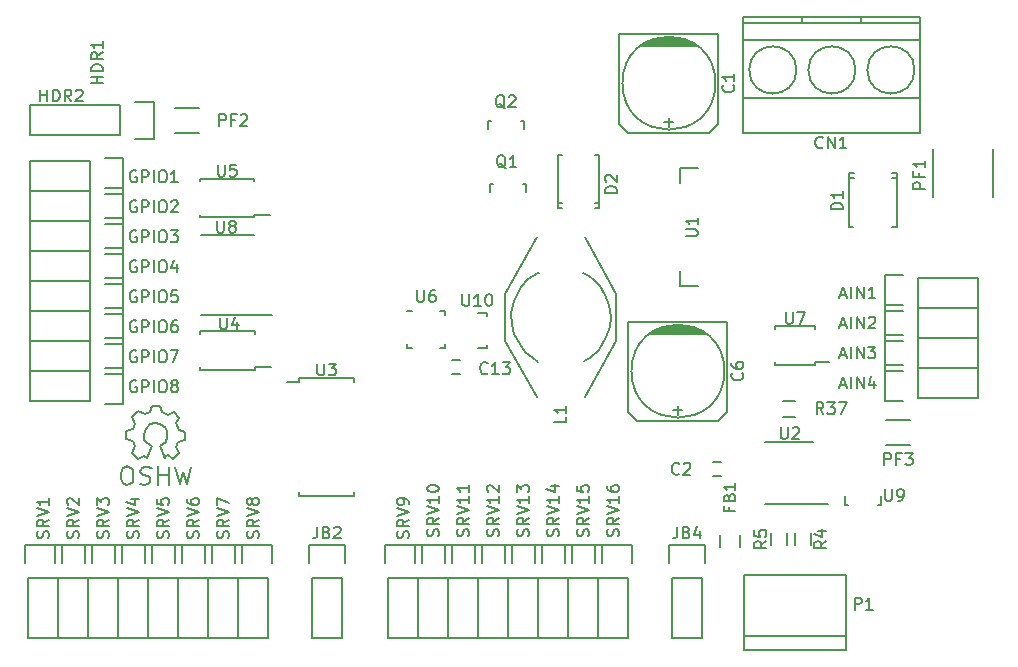
<source format=gto>
G04 #@! TF.FileFunction,Legend,Top*
%FSLAX46Y46*%
G04 Gerber Fmt 4.6, Leading zero omitted, Abs format (unit mm)*
G04 Created by KiCad (PCBNEW (2015-11-11 BZR 6310)-product) date Thu 17 Dec 2015 09:11:31 PM CST*
%MOMM*%
G01*
G04 APERTURE LIST*
%ADD10C,0.100000*%
%ADD11C,0.150000*%
G04 APERTURE END LIST*
D10*
D11*
X184570000Y-100790000D02*
X189650000Y-100790000D01*
X189650000Y-100790000D02*
X189650000Y-98250000D01*
X189650000Y-98250000D02*
X184570000Y-98250000D01*
X181750000Y-97970000D02*
X183300000Y-97970000D01*
X184570000Y-98250000D02*
X184570000Y-100790000D01*
X183300000Y-101070000D02*
X181750000Y-101070000D01*
X181750000Y-101070000D02*
X181750000Y-97970000D01*
X184570000Y-103330000D02*
X189650000Y-103330000D01*
X189650000Y-103330000D02*
X189650000Y-100790000D01*
X189650000Y-100790000D02*
X184570000Y-100790000D01*
X181750000Y-100510000D02*
X183300000Y-100510000D01*
X184570000Y-100790000D02*
X184570000Y-103330000D01*
X183300000Y-103610000D02*
X181750000Y-103610000D01*
X181750000Y-103610000D02*
X181750000Y-100510000D01*
X184570000Y-105870000D02*
X189650000Y-105870000D01*
X189650000Y-105870000D02*
X189650000Y-103330000D01*
X189650000Y-103330000D02*
X184570000Y-103330000D01*
X181750000Y-103050000D02*
X183300000Y-103050000D01*
X184570000Y-103330000D02*
X184570000Y-105870000D01*
X183300000Y-106150000D02*
X181750000Y-106150000D01*
X181750000Y-106150000D02*
X181750000Y-103050000D01*
X184570000Y-108410000D02*
X189650000Y-108410000D01*
X189650000Y-108410000D02*
X189650000Y-105870000D01*
X189650000Y-105870000D02*
X184570000Y-105870000D01*
X181750000Y-105590000D02*
X183300000Y-105590000D01*
X184570000Y-105870000D02*
X184570000Y-108410000D01*
X183300000Y-108690000D02*
X181750000Y-108690000D01*
X181750000Y-108690000D02*
X181750000Y-105590000D01*
X114466000Y-88344000D02*
X109386000Y-88344000D01*
X109386000Y-88344000D02*
X109386000Y-90884000D01*
X109386000Y-90884000D02*
X114466000Y-90884000D01*
X117286000Y-91164000D02*
X115736000Y-91164000D01*
X114466000Y-90884000D02*
X114466000Y-88344000D01*
X115736000Y-88064000D02*
X117286000Y-88064000D01*
X117286000Y-88064000D02*
X117286000Y-91164000D01*
X114466000Y-90884000D02*
X109386000Y-90884000D01*
X109386000Y-90884000D02*
X109386000Y-93424000D01*
X109386000Y-93424000D02*
X114466000Y-93424000D01*
X117286000Y-93704000D02*
X115736000Y-93704000D01*
X114466000Y-93424000D02*
X114466000Y-90884000D01*
X115736000Y-90604000D02*
X117286000Y-90604000D01*
X117286000Y-90604000D02*
X117286000Y-93704000D01*
X114466000Y-93424000D02*
X109386000Y-93424000D01*
X109386000Y-93424000D02*
X109386000Y-95964000D01*
X109386000Y-95964000D02*
X114466000Y-95964000D01*
X117286000Y-96244000D02*
X115736000Y-96244000D01*
X114466000Y-95964000D02*
X114466000Y-93424000D01*
X115736000Y-93144000D02*
X117286000Y-93144000D01*
X117286000Y-93144000D02*
X117286000Y-96244000D01*
X114466000Y-95964000D02*
X109386000Y-95964000D01*
X109386000Y-95964000D02*
X109386000Y-98504000D01*
X109386000Y-98504000D02*
X114466000Y-98504000D01*
X117286000Y-98784000D02*
X115736000Y-98784000D01*
X114466000Y-98504000D02*
X114466000Y-95964000D01*
X115736000Y-95684000D02*
X117286000Y-95684000D01*
X117286000Y-95684000D02*
X117286000Y-98784000D01*
X114466000Y-98504000D02*
X109386000Y-98504000D01*
X109386000Y-98504000D02*
X109386000Y-101044000D01*
X109386000Y-101044000D02*
X114466000Y-101044000D01*
X117286000Y-101324000D02*
X115736000Y-101324000D01*
X114466000Y-101044000D02*
X114466000Y-98504000D01*
X115736000Y-98224000D02*
X117286000Y-98224000D01*
X117286000Y-98224000D02*
X117286000Y-101324000D01*
X114466000Y-101044000D02*
X109386000Y-101044000D01*
X109386000Y-101044000D02*
X109386000Y-103584000D01*
X109386000Y-103584000D02*
X114466000Y-103584000D01*
X117286000Y-103864000D02*
X115736000Y-103864000D01*
X114466000Y-103584000D02*
X114466000Y-101044000D01*
X115736000Y-100764000D02*
X117286000Y-100764000D01*
X117286000Y-100764000D02*
X117286000Y-103864000D01*
X114466000Y-103584000D02*
X109386000Y-103584000D01*
X109386000Y-103584000D02*
X109386000Y-106124000D01*
X109386000Y-106124000D02*
X114466000Y-106124000D01*
X117286000Y-106404000D02*
X115736000Y-106404000D01*
X114466000Y-106124000D02*
X114466000Y-103584000D01*
X115736000Y-103304000D02*
X117286000Y-103304000D01*
X117286000Y-103304000D02*
X117286000Y-106404000D01*
X114466000Y-106124000D02*
X109386000Y-106124000D01*
X109386000Y-106124000D02*
X109386000Y-108664000D01*
X109386000Y-108664000D02*
X114466000Y-108664000D01*
X117286000Y-108944000D02*
X115736000Y-108944000D01*
X114466000Y-108664000D02*
X114466000Y-106124000D01*
X115736000Y-105844000D02*
X117286000Y-105844000D01*
X117286000Y-105844000D02*
X117286000Y-108944000D01*
X169805100Y-129753460D02*
X178505100Y-129753460D01*
X169805100Y-123348460D02*
X178505100Y-123348460D01*
X178505100Y-123348460D02*
X178505100Y-129753460D01*
X178505100Y-128523460D02*
X169805100Y-128523460D01*
X169805100Y-129753460D02*
X169805100Y-123348460D01*
X151145160Y-90237760D02*
X151096900Y-90237760D01*
X148346180Y-90938800D02*
X148346180Y-90237760D01*
X148346180Y-90237760D02*
X148595100Y-90237760D01*
X151145160Y-90237760D02*
X151345820Y-90237760D01*
X151345820Y-90237760D02*
X151345820Y-90938800D01*
X150995160Y-84927760D02*
X150946900Y-84927760D01*
X148196180Y-85628800D02*
X148196180Y-84927760D01*
X148196180Y-84927760D02*
X148445100Y-84927760D01*
X150995160Y-84927760D02*
X151195820Y-84927760D01*
X151195820Y-84927760D02*
X151195820Y-85628800D01*
X109259000Y-123650000D02*
X109259000Y-128730000D01*
X109259000Y-128730000D02*
X111799000Y-128730000D01*
X111799000Y-128730000D02*
X111799000Y-123650000D01*
X112079000Y-120830000D02*
X112079000Y-122380000D01*
X111799000Y-123650000D02*
X109259000Y-123650000D01*
X108979000Y-122380000D02*
X108979000Y-120830000D01*
X108979000Y-120830000D02*
X112079000Y-120830000D01*
X111799000Y-123650000D02*
X111799000Y-128730000D01*
X111799000Y-128730000D02*
X114339000Y-128730000D01*
X114339000Y-128730000D02*
X114339000Y-123650000D01*
X114619000Y-120830000D02*
X114619000Y-122380000D01*
X114339000Y-123650000D02*
X111799000Y-123650000D01*
X111519000Y-122380000D02*
X111519000Y-120830000D01*
X111519000Y-120830000D02*
X114619000Y-120830000D01*
X114339000Y-123650000D02*
X114339000Y-128730000D01*
X114339000Y-128730000D02*
X116879000Y-128730000D01*
X116879000Y-128730000D02*
X116879000Y-123650000D01*
X117159000Y-120830000D02*
X117159000Y-122380000D01*
X116879000Y-123650000D02*
X114339000Y-123650000D01*
X114059000Y-122380000D02*
X114059000Y-120830000D01*
X114059000Y-120830000D02*
X117159000Y-120830000D01*
X116879000Y-123650000D02*
X116879000Y-128730000D01*
X116879000Y-128730000D02*
X119419000Y-128730000D01*
X119419000Y-128730000D02*
X119419000Y-123650000D01*
X119699000Y-120830000D02*
X119699000Y-122380000D01*
X119419000Y-123650000D02*
X116879000Y-123650000D01*
X116599000Y-122380000D02*
X116599000Y-120830000D01*
X116599000Y-120830000D02*
X119699000Y-120830000D01*
X119419000Y-123650000D02*
X119419000Y-128730000D01*
X119419000Y-128730000D02*
X121959000Y-128730000D01*
X121959000Y-128730000D02*
X121959000Y-123650000D01*
X122239000Y-120830000D02*
X122239000Y-122380000D01*
X121959000Y-123650000D02*
X119419000Y-123650000D01*
X119139000Y-122380000D02*
X119139000Y-120830000D01*
X119139000Y-120830000D02*
X122239000Y-120830000D01*
X121959000Y-123650000D02*
X121959000Y-128730000D01*
X121959000Y-128730000D02*
X124499000Y-128730000D01*
X124499000Y-128730000D02*
X124499000Y-123650000D01*
X124779000Y-120830000D02*
X124779000Y-122380000D01*
X124499000Y-123650000D02*
X121959000Y-123650000D01*
X121679000Y-122380000D02*
X121679000Y-120830000D01*
X121679000Y-120830000D02*
X124779000Y-120830000D01*
X124499000Y-123650000D02*
X124499000Y-128730000D01*
X124499000Y-128730000D02*
X127039000Y-128730000D01*
X127039000Y-128730000D02*
X127039000Y-123650000D01*
X127319000Y-120830000D02*
X127319000Y-122380000D01*
X127039000Y-123650000D02*
X124499000Y-123650000D01*
X124219000Y-122380000D02*
X124219000Y-120830000D01*
X124219000Y-120830000D02*
X127319000Y-120830000D01*
X127039000Y-123650000D02*
X127039000Y-128730000D01*
X127039000Y-128730000D02*
X129579000Y-128730000D01*
X129579000Y-128730000D02*
X129579000Y-123650000D01*
X129859000Y-120830000D02*
X129859000Y-122380000D01*
X129579000Y-123650000D02*
X127039000Y-123650000D01*
X126759000Y-122380000D02*
X126759000Y-120830000D01*
X126759000Y-120830000D02*
X129859000Y-120830000D01*
X139739000Y-123650000D02*
X139739000Y-128730000D01*
X139739000Y-128730000D02*
X142279000Y-128730000D01*
X142279000Y-128730000D02*
X142279000Y-123650000D01*
X142559000Y-120830000D02*
X142559000Y-122380000D01*
X142279000Y-123650000D02*
X139739000Y-123650000D01*
X139459000Y-122380000D02*
X139459000Y-120830000D01*
X139459000Y-120830000D02*
X142559000Y-120830000D01*
X142279000Y-123650000D02*
X142279000Y-128730000D01*
X142279000Y-128730000D02*
X144819000Y-128730000D01*
X144819000Y-128730000D02*
X144819000Y-123650000D01*
X145099000Y-120830000D02*
X145099000Y-122380000D01*
X144819000Y-123650000D02*
X142279000Y-123650000D01*
X141999000Y-122380000D02*
X141999000Y-120830000D01*
X141999000Y-120830000D02*
X145099000Y-120830000D01*
X144819000Y-123650000D02*
X144819000Y-128730000D01*
X144819000Y-128730000D02*
X147359000Y-128730000D01*
X147359000Y-128730000D02*
X147359000Y-123650000D01*
X147639000Y-120830000D02*
X147639000Y-122380000D01*
X147359000Y-123650000D02*
X144819000Y-123650000D01*
X144539000Y-122380000D02*
X144539000Y-120830000D01*
X144539000Y-120830000D02*
X147639000Y-120830000D01*
X147359000Y-123650000D02*
X147359000Y-128730000D01*
X147359000Y-128730000D02*
X149899000Y-128730000D01*
X149899000Y-128730000D02*
X149899000Y-123650000D01*
X150179000Y-120830000D02*
X150179000Y-122380000D01*
X149899000Y-123650000D02*
X147359000Y-123650000D01*
X147079000Y-122380000D02*
X147079000Y-120830000D01*
X147079000Y-120830000D02*
X150179000Y-120830000D01*
X149899000Y-123650000D02*
X149899000Y-128730000D01*
X149899000Y-128730000D02*
X152439000Y-128730000D01*
X152439000Y-128730000D02*
X152439000Y-123650000D01*
X152719000Y-120830000D02*
X152719000Y-122380000D01*
X152439000Y-123650000D02*
X149899000Y-123650000D01*
X149619000Y-122380000D02*
X149619000Y-120830000D01*
X149619000Y-120830000D02*
X152719000Y-120830000D01*
X152439000Y-123650000D02*
X152439000Y-128730000D01*
X152439000Y-128730000D02*
X154979000Y-128730000D01*
X154979000Y-128730000D02*
X154979000Y-123650000D01*
X155259000Y-120830000D02*
X155259000Y-122380000D01*
X154979000Y-123650000D02*
X152439000Y-123650000D01*
X152159000Y-122380000D02*
X152159000Y-120830000D01*
X152159000Y-120830000D02*
X155259000Y-120830000D01*
X154979000Y-123650000D02*
X154979000Y-128730000D01*
X154979000Y-128730000D02*
X157519000Y-128730000D01*
X157519000Y-128730000D02*
X157519000Y-123650000D01*
X157799000Y-120830000D02*
X157799000Y-122380000D01*
X157519000Y-123650000D02*
X154979000Y-123650000D01*
X154699000Y-122380000D02*
X154699000Y-120830000D01*
X154699000Y-120830000D02*
X157799000Y-120830000D01*
X157519000Y-123650000D02*
X157519000Y-128730000D01*
X157519000Y-128730000D02*
X160059000Y-128730000D01*
X160059000Y-128730000D02*
X160059000Y-123650000D01*
X160339000Y-120830000D02*
X160339000Y-122380000D01*
X160059000Y-123650000D02*
X157519000Y-123650000D01*
X157239000Y-122380000D02*
X157239000Y-120830000D01*
X157239000Y-120830000D02*
X160339000Y-120830000D01*
X164464000Y-98932000D02*
X164464000Y-97682000D01*
X164464000Y-98932000D02*
X165964000Y-98932000D01*
X164464000Y-88932000D02*
X165964000Y-88932000D01*
X164464000Y-88932000D02*
X164464000Y-90182000D01*
X174159000Y-120848000D02*
X174159000Y-119848000D01*
X175509000Y-119848000D02*
X175509000Y-120848000D01*
X172127000Y-120848000D02*
X172127000Y-119848000D01*
X173477000Y-119848000D02*
X173477000Y-120848000D01*
X133262000Y-123650000D02*
X133262000Y-128730000D01*
X133262000Y-128730000D02*
X135802000Y-128730000D01*
X135802000Y-128730000D02*
X135802000Y-123650000D01*
X136082000Y-120830000D02*
X136082000Y-122380000D01*
X135802000Y-123650000D02*
X133262000Y-123650000D01*
X132982000Y-122380000D02*
X132982000Y-120830000D01*
X132982000Y-120830000D02*
X136082000Y-120830000D01*
X163742000Y-123650000D02*
X163742000Y-128730000D01*
X163742000Y-128730000D02*
X166282000Y-128730000D01*
X166282000Y-128730000D02*
X166282000Y-123650000D01*
X166562000Y-120830000D02*
X166562000Y-122380000D01*
X166282000Y-123650000D02*
X163742000Y-123650000D01*
X163462000Y-122380000D02*
X163462000Y-120830000D01*
X163462000Y-120830000D02*
X166562000Y-120830000D01*
X164504000Y-77930000D02*
X162472000Y-77930000D01*
X162091000Y-78057000D02*
X164885000Y-78057000D01*
X165139000Y-78184000D02*
X161837000Y-78184000D01*
X161583000Y-78311000D02*
X165393000Y-78311000D01*
X161456000Y-78438000D02*
X165520000Y-78438000D01*
X165774000Y-78565000D02*
X161202000Y-78565000D01*
X167679000Y-77549000D02*
X159297000Y-77549000D01*
X159297000Y-77549000D02*
X159297000Y-85169000D01*
X159297000Y-85169000D02*
X160059000Y-85931000D01*
X160059000Y-85931000D02*
X166917000Y-85931000D01*
X166917000Y-85931000D02*
X167679000Y-85169000D01*
X167679000Y-85169000D02*
X167679000Y-77549000D01*
X163488000Y-85423000D02*
X163488000Y-84661000D01*
X163869000Y-85042000D02*
X163107000Y-85042000D01*
X167425000Y-81740000D02*
G75*
G03X167425000Y-81740000I-3937000J0D01*
G01*
X165266000Y-102314000D02*
X163234000Y-102314000D01*
X162853000Y-102441000D02*
X165647000Y-102441000D01*
X165901000Y-102568000D02*
X162599000Y-102568000D01*
X162345000Y-102695000D02*
X166155000Y-102695000D01*
X162218000Y-102822000D02*
X166282000Y-102822000D01*
X166536000Y-102949000D02*
X161964000Y-102949000D01*
X168441000Y-101933000D02*
X160059000Y-101933000D01*
X160059000Y-101933000D02*
X160059000Y-109553000D01*
X160059000Y-109553000D02*
X160821000Y-110315000D01*
X160821000Y-110315000D02*
X167679000Y-110315000D01*
X167679000Y-110315000D02*
X168441000Y-109553000D01*
X168441000Y-109553000D02*
X168441000Y-101933000D01*
X164250000Y-109807000D02*
X164250000Y-109045000D01*
X164631000Y-109426000D02*
X163869000Y-109426000D01*
X168187000Y-106124000D02*
G75*
G03X168187000Y-106124000I-3937000J0D01*
G01*
X156243920Y-97851220D02*
X156693500Y-98051880D01*
X156693500Y-98051880D02*
X157143080Y-98402400D01*
X157143080Y-98402400D02*
X157643460Y-98951040D01*
X157643460Y-98951040D02*
X158093040Y-99702880D01*
X158093040Y-99702880D02*
X158392760Y-100551240D01*
X158392760Y-100551240D02*
X158545160Y-101552000D01*
X158545160Y-101552000D02*
X158494360Y-102352100D01*
X158494360Y-102352100D02*
X158194640Y-103251260D01*
X158194640Y-103251260D02*
X157595200Y-104302820D01*
X157595200Y-104302820D02*
X156795100Y-105001320D01*
X156795100Y-105001320D02*
X156294720Y-105301040D01*
X152444080Y-105351840D02*
X151943700Y-105001320D01*
X151943700Y-105001320D02*
X151293460Y-104500940D01*
X151293460Y-104500940D02*
X150843880Y-103853240D01*
X150843880Y-103853240D02*
X150394300Y-103002340D01*
X150394300Y-103002340D02*
X150193640Y-102202240D01*
X150193640Y-102202240D02*
X150142840Y-101201480D01*
X150142840Y-101201480D02*
X150394300Y-100152460D01*
X150394300Y-100152460D02*
X150942940Y-99001840D01*
X150942940Y-99001840D02*
X151593180Y-98300800D01*
X151593180Y-98300800D02*
X152393280Y-97851220D01*
X152393280Y-97851220D02*
X152494880Y-97802960D01*
X152345020Y-108351580D02*
X149645000Y-103550980D01*
X149645000Y-103550980D02*
X149645000Y-99553020D01*
X149645000Y-99553020D02*
X152345020Y-94752420D01*
X156342980Y-108351580D02*
X159043000Y-103550980D01*
X159043000Y-103550980D02*
X159043000Y-99553020D01*
X159043000Y-99553020D02*
X156342980Y-94752420D01*
X175648000Y-112112500D02*
X171648000Y-112112500D01*
X176923000Y-117407500D02*
X171648000Y-117407500D01*
X167910000Y-115040000D02*
X167210000Y-115040000D01*
X167210000Y-113840000D02*
X167910000Y-113840000D01*
X121698780Y-114229860D02*
X122059460Y-115700520D01*
X122059460Y-115700520D02*
X122338860Y-114638800D01*
X122338860Y-114638800D02*
X122648740Y-115710680D01*
X122648740Y-115710680D02*
X122989100Y-114260340D01*
X120278920Y-114920740D02*
X121068860Y-114910580D01*
X121068860Y-114910580D02*
X121079020Y-114920740D01*
X121079020Y-114920740D02*
X121079020Y-114910580D01*
X121119660Y-114199380D02*
X121119660Y-115741160D01*
X120230660Y-114189220D02*
X120230660Y-115758940D01*
X120230660Y-115758940D02*
X120240820Y-115748780D01*
X119679480Y-114290820D02*
X119328960Y-114209540D01*
X119328960Y-114209540D02*
X119008920Y-114199380D01*
X119008920Y-114199380D02*
X118770160Y-114400040D01*
X118770160Y-114400040D02*
X118739680Y-114669280D01*
X118739680Y-114669280D02*
X118980980Y-114910580D01*
X118980980Y-114910580D02*
X119369600Y-115040120D01*
X119369600Y-115040120D02*
X119549940Y-115200140D01*
X119549940Y-115200140D02*
X119590580Y-115499860D01*
X119590580Y-115499860D02*
X119359440Y-115720840D01*
X119359440Y-115720840D02*
X119039400Y-115748780D01*
X119039400Y-115748780D02*
X118688880Y-115639560D01*
X117650020Y-114189220D02*
X117401100Y-114209540D01*
X117401100Y-114209540D02*
X117159800Y-114450840D01*
X117159800Y-114450840D02*
X117070900Y-114941060D01*
X117070900Y-114941060D02*
X117098840Y-115289040D01*
X117098840Y-115289040D02*
X117299500Y-115609080D01*
X117299500Y-115609080D02*
X117550960Y-115731000D01*
X117550960Y-115731000D02*
X117860840Y-115659880D01*
X117860840Y-115659880D02*
X118079280Y-115479540D01*
X118079280Y-115479540D02*
X118150400Y-115019800D01*
X118150400Y-115019800D02*
X118099600Y-114610860D01*
X118099600Y-114610860D02*
X117990380Y-114328920D01*
X117990380Y-114328920D02*
X117629700Y-114199380D01*
X118249460Y-112469640D02*
X117990380Y-113030980D01*
X117990380Y-113030980D02*
X118528860Y-113549140D01*
X118528860Y-113549140D02*
X119049560Y-113279900D01*
X119049560Y-113279900D02*
X119328960Y-113439920D01*
X120769140Y-113419600D02*
X121099340Y-113229100D01*
X121099340Y-113229100D02*
X121538760Y-113559300D01*
X121538760Y-113559300D02*
X122011200Y-113069080D01*
X122011200Y-113069080D02*
X121729260Y-112589020D01*
X121729260Y-112589020D02*
X121919760Y-112119120D01*
X121919760Y-112119120D02*
X122529360Y-111931160D01*
X122529360Y-111931160D02*
X122529360Y-111250440D01*
X122529360Y-111250440D02*
X121970560Y-111110740D01*
X121970560Y-111110740D02*
X121769900Y-110539240D01*
X121769900Y-110539240D02*
X122039140Y-110069340D01*
X122039140Y-110069340D02*
X121569240Y-109558800D01*
X121569240Y-109558800D02*
X121051080Y-109820420D01*
X121051080Y-109820420D02*
X120581180Y-109619760D01*
X120581180Y-109619760D02*
X120411000Y-109078740D01*
X120411000Y-109078740D02*
X119720120Y-109060960D01*
X119720120Y-109060960D02*
X119509300Y-109609600D01*
X119509300Y-109609600D02*
X119090200Y-109779780D01*
X119090200Y-109779780D02*
X118539020Y-109510540D01*
X118539020Y-109510540D02*
X118020860Y-110038860D01*
X118020860Y-110038860D02*
X118269780Y-110579880D01*
X118269780Y-110579880D02*
X118099600Y-111059940D01*
X118099600Y-111059940D02*
X117550960Y-111159000D01*
X117550960Y-111159000D02*
X117540800Y-111860040D01*
X117540800Y-111860040D02*
X118099600Y-112060700D01*
X118099600Y-112060700D02*
X118239300Y-112459480D01*
X120380520Y-112439160D02*
X120680240Y-112289300D01*
X120680240Y-112289300D02*
X120880900Y-112091180D01*
X120880900Y-112091180D02*
X121030760Y-111689860D01*
X121030760Y-111689860D02*
X121030760Y-111291080D01*
X121030760Y-111291080D02*
X120880900Y-110940560D01*
X120880900Y-110940560D02*
X120428780Y-110590040D01*
X120428780Y-110590040D02*
X119979200Y-110539240D01*
X119979200Y-110539240D02*
X119580420Y-110640840D01*
X119580420Y-110640840D02*
X119179100Y-110988820D01*
X119179100Y-110988820D02*
X119029240Y-111440940D01*
X119029240Y-111440940D02*
X119080040Y-111938780D01*
X119080040Y-111938780D02*
X119328960Y-112241040D01*
X119328960Y-112241040D02*
X119679480Y-112439160D01*
X119679480Y-112439160D02*
X119328960Y-113439920D01*
X120380520Y-112439160D02*
X120779300Y-113439920D01*
X128425000Y-105995000D02*
X128425000Y-105795000D01*
X123775000Y-105995000D02*
X123775000Y-105795000D01*
X123775000Y-102745000D02*
X123775000Y-102945000D01*
X128425000Y-102745000D02*
X128425000Y-102945000D01*
X128425000Y-105995000D02*
X123775000Y-105995000D01*
X128425000Y-102745000D02*
X123775000Y-102745000D01*
X128425000Y-105795000D02*
X129775000Y-105795000D01*
X128395000Y-93105000D02*
X128395000Y-92905000D01*
X123745000Y-93105000D02*
X123745000Y-92905000D01*
X123745000Y-89855000D02*
X123745000Y-90055000D01*
X128395000Y-89855000D02*
X128395000Y-90055000D01*
X128395000Y-93105000D02*
X123745000Y-93105000D01*
X128395000Y-89855000D02*
X123745000Y-89855000D01*
X128395000Y-92905000D02*
X129745000Y-92905000D01*
X145100000Y-105180000D02*
X145800000Y-105180000D01*
X145800000Y-106380000D02*
X145100000Y-106380000D01*
X132207000Y-106737000D02*
X132207000Y-107062000D01*
X136857000Y-106737000D02*
X136857000Y-107062000D01*
X136857000Y-116687000D02*
X136857000Y-116362000D01*
X132207000Y-116687000D02*
X132207000Y-116362000D01*
X132207000Y-106737000D02*
X136857000Y-106737000D01*
X132207000Y-116687000D02*
X136857000Y-116687000D01*
X132207000Y-107062000D02*
X131132000Y-107062000D01*
X175831000Y-105633000D02*
X175831000Y-105333000D01*
X172481000Y-105633000D02*
X172481000Y-105333000D01*
X172481000Y-102283000D02*
X172481000Y-102583000D01*
X175831000Y-102283000D02*
X175831000Y-102583000D01*
X175831000Y-105633000D02*
X172481000Y-105633000D01*
X175831000Y-102283000D02*
X172481000Y-102283000D01*
X175831000Y-105333000D02*
X177056000Y-105333000D01*
X117040000Y-83620000D02*
X109420000Y-83620000D01*
X117040000Y-86160000D02*
X109420000Y-86160000D01*
X119860000Y-86440000D02*
X118310000Y-86440000D01*
X109420000Y-83620000D02*
X109420000Y-86160000D01*
X117040000Y-86160000D02*
X117040000Y-83620000D01*
X118310000Y-83340000D02*
X119860000Y-83340000D01*
X119860000Y-83340000D02*
X119860000Y-86440000D01*
X128325000Y-94625000D02*
X123875000Y-94625000D01*
X129850000Y-101375000D02*
X123875000Y-101375000D01*
X141330000Y-104204000D02*
X141330000Y-103804000D01*
X141330000Y-104204000D02*
X141730000Y-104204000D01*
X144530000Y-104204000D02*
X144530000Y-103804000D01*
X144530000Y-104204000D02*
X144130000Y-104204000D01*
X144530000Y-101004000D02*
X144530000Y-101404000D01*
X144530000Y-101004000D02*
X144130000Y-101004000D01*
X141330000Y-101004000D02*
X141730000Y-101004000D01*
X174284000Y-80624000D02*
G75*
G03X174284000Y-80624000I-2000000J0D01*
G01*
X174784000Y-76624000D02*
X174784000Y-76124000D01*
X179784000Y-76624000D02*
X179784000Y-76124000D01*
X179284000Y-80624000D02*
G75*
G03X179284000Y-80624000I-2000000J0D01*
G01*
X184284000Y-80624000D02*
G75*
G03X184284000Y-80624000I-2000000J0D01*
G01*
X184784000Y-78124000D02*
X169784000Y-78124000D01*
X184784000Y-83024000D02*
X169784000Y-83024000D01*
X184784000Y-76624000D02*
X169784000Y-76624000D01*
X184784000Y-76124000D02*
X169784000Y-76124000D01*
X169784000Y-76124000D02*
X169784000Y-85924000D01*
X169784000Y-85924000D02*
X184784000Y-85924000D01*
X184784000Y-85924000D02*
X184784000Y-76124000D01*
X173160000Y-108635000D02*
X174160000Y-108635000D01*
X174160000Y-109985000D02*
X173160000Y-109985000D01*
X178630840Y-117430240D02*
X178679100Y-117430240D01*
X181429820Y-116729200D02*
X181429820Y-117430240D01*
X181429820Y-117430240D02*
X181180900Y-117430240D01*
X178630840Y-117430240D02*
X178430180Y-117430240D01*
X178430180Y-117430240D02*
X178430180Y-116729200D01*
X190920000Y-91392000D02*
X190920000Y-87328000D01*
X185840000Y-91392000D02*
X185840000Y-87328000D01*
X123710000Y-85975000D02*
X121710000Y-85975000D01*
X121710000Y-83825000D02*
X123710000Y-83825000D01*
X148053240Y-103986160D02*
X148053240Y-103937900D01*
X147352200Y-101187180D02*
X148053240Y-101187180D01*
X148053240Y-101187180D02*
X148053240Y-101436100D01*
X148053240Y-103986160D02*
X148053240Y-104186820D01*
X148053240Y-104186820D02*
X147352200Y-104186820D01*
X178960000Y-89339680D02*
X179159800Y-89339680D01*
X179010000Y-89796720D02*
X179159000Y-89796720D01*
X178960000Y-93942160D02*
X179109000Y-93942160D01*
X182560000Y-89344760D02*
X182411000Y-89344760D01*
X182560000Y-89796720D02*
X182411000Y-89796720D01*
X182560000Y-93947240D02*
X182411000Y-93947240D01*
X178811020Y-89796720D02*
X179009140Y-89796720D01*
X182758980Y-89796720D02*
X182560860Y-89796720D01*
X178763560Y-93942160D02*
X178961680Y-93942160D01*
X178763560Y-89339680D02*
X178763560Y-93942160D01*
X178763560Y-89339680D02*
X178961680Y-89339680D01*
X182758980Y-89344760D02*
X182560860Y-89344760D01*
X182758980Y-89344760D02*
X182758980Y-93947240D01*
X182758980Y-93947240D02*
X182560860Y-93947240D01*
X157600060Y-91879140D02*
X157249540Y-91879140D01*
X154099940Y-91879140D02*
X154450460Y-91879140D01*
X157600060Y-87829560D02*
X157249540Y-87829560D01*
X157600060Y-92330440D02*
X157249540Y-92330440D01*
X154099940Y-92330440D02*
X154450460Y-92330440D01*
X154099940Y-87829560D02*
X154450460Y-87829560D01*
X157600060Y-92330440D02*
X157600060Y-87829560D01*
X154099940Y-92330440D02*
X154099940Y-87829560D01*
X169470000Y-121010000D02*
X169470000Y-120010000D01*
X167770000Y-120010000D02*
X167770000Y-121010000D01*
X181900000Y-110235000D02*
X183900000Y-110235000D01*
X183900000Y-112385000D02*
X181900000Y-112385000D01*
X178013810Y-99686667D02*
X178490001Y-99686667D01*
X177918572Y-99972381D02*
X178251905Y-98972381D01*
X178585239Y-99972381D01*
X178918572Y-99972381D02*
X178918572Y-98972381D01*
X179394762Y-99972381D02*
X179394762Y-98972381D01*
X179966191Y-99972381D01*
X179966191Y-98972381D01*
X180966191Y-99972381D02*
X180394762Y-99972381D01*
X180680476Y-99972381D02*
X180680476Y-98972381D01*
X180585238Y-99115238D01*
X180490000Y-99210476D01*
X180394762Y-99258095D01*
X178013810Y-102226667D02*
X178490001Y-102226667D01*
X177918572Y-102512381D02*
X178251905Y-101512381D01*
X178585239Y-102512381D01*
X178918572Y-102512381D02*
X178918572Y-101512381D01*
X179394762Y-102512381D02*
X179394762Y-101512381D01*
X179966191Y-102512381D01*
X179966191Y-101512381D01*
X180394762Y-101607619D02*
X180442381Y-101560000D01*
X180537619Y-101512381D01*
X180775715Y-101512381D01*
X180870953Y-101560000D01*
X180918572Y-101607619D01*
X180966191Y-101702857D01*
X180966191Y-101798095D01*
X180918572Y-101940952D01*
X180347143Y-102512381D01*
X180966191Y-102512381D01*
X178013810Y-104766667D02*
X178490001Y-104766667D01*
X177918572Y-105052381D02*
X178251905Y-104052381D01*
X178585239Y-105052381D01*
X178918572Y-105052381D02*
X178918572Y-104052381D01*
X179394762Y-105052381D02*
X179394762Y-104052381D01*
X179966191Y-105052381D01*
X179966191Y-104052381D01*
X180347143Y-104052381D02*
X180966191Y-104052381D01*
X180632857Y-104433333D01*
X180775715Y-104433333D01*
X180870953Y-104480952D01*
X180918572Y-104528571D01*
X180966191Y-104623810D01*
X180966191Y-104861905D01*
X180918572Y-104957143D01*
X180870953Y-105004762D01*
X180775715Y-105052381D01*
X180490000Y-105052381D01*
X180394762Y-105004762D01*
X180347143Y-104957143D01*
X178013810Y-107306667D02*
X178490001Y-107306667D01*
X177918572Y-107592381D02*
X178251905Y-106592381D01*
X178585239Y-107592381D01*
X178918572Y-107592381D02*
X178918572Y-106592381D01*
X179394762Y-107592381D02*
X179394762Y-106592381D01*
X179966191Y-107592381D01*
X179966191Y-106592381D01*
X180870953Y-106925714D02*
X180870953Y-107592381D01*
X180632857Y-106544762D02*
X180394762Y-107259048D01*
X181013810Y-107259048D01*
X118387310Y-89177500D02*
X118292072Y-89129881D01*
X118149215Y-89129881D01*
X118006357Y-89177500D01*
X117911119Y-89272738D01*
X117863500Y-89367976D01*
X117815881Y-89558452D01*
X117815881Y-89701310D01*
X117863500Y-89891786D01*
X117911119Y-89987024D01*
X118006357Y-90082262D01*
X118149215Y-90129881D01*
X118244453Y-90129881D01*
X118387310Y-90082262D01*
X118434929Y-90034643D01*
X118434929Y-89701310D01*
X118244453Y-89701310D01*
X118863500Y-90129881D02*
X118863500Y-89129881D01*
X119244453Y-89129881D01*
X119339691Y-89177500D01*
X119387310Y-89225119D01*
X119434929Y-89320357D01*
X119434929Y-89463214D01*
X119387310Y-89558452D01*
X119339691Y-89606071D01*
X119244453Y-89653690D01*
X118863500Y-89653690D01*
X119863500Y-90129881D02*
X119863500Y-89129881D01*
X120530166Y-89129881D02*
X120720643Y-89129881D01*
X120815881Y-89177500D01*
X120911119Y-89272738D01*
X120958738Y-89463214D01*
X120958738Y-89796548D01*
X120911119Y-89987024D01*
X120815881Y-90082262D01*
X120720643Y-90129881D01*
X120530166Y-90129881D01*
X120434928Y-90082262D01*
X120339690Y-89987024D01*
X120292071Y-89796548D01*
X120292071Y-89463214D01*
X120339690Y-89272738D01*
X120434928Y-89177500D01*
X120530166Y-89129881D01*
X121911119Y-90129881D02*
X121339690Y-90129881D01*
X121625404Y-90129881D02*
X121625404Y-89129881D01*
X121530166Y-89272738D01*
X121434928Y-89367976D01*
X121339690Y-89415595D01*
X118387310Y-91717500D02*
X118292072Y-91669881D01*
X118149215Y-91669881D01*
X118006357Y-91717500D01*
X117911119Y-91812738D01*
X117863500Y-91907976D01*
X117815881Y-92098452D01*
X117815881Y-92241310D01*
X117863500Y-92431786D01*
X117911119Y-92527024D01*
X118006357Y-92622262D01*
X118149215Y-92669881D01*
X118244453Y-92669881D01*
X118387310Y-92622262D01*
X118434929Y-92574643D01*
X118434929Y-92241310D01*
X118244453Y-92241310D01*
X118863500Y-92669881D02*
X118863500Y-91669881D01*
X119244453Y-91669881D01*
X119339691Y-91717500D01*
X119387310Y-91765119D01*
X119434929Y-91860357D01*
X119434929Y-92003214D01*
X119387310Y-92098452D01*
X119339691Y-92146071D01*
X119244453Y-92193690D01*
X118863500Y-92193690D01*
X119863500Y-92669881D02*
X119863500Y-91669881D01*
X120530166Y-91669881D02*
X120720643Y-91669881D01*
X120815881Y-91717500D01*
X120911119Y-91812738D01*
X120958738Y-92003214D01*
X120958738Y-92336548D01*
X120911119Y-92527024D01*
X120815881Y-92622262D01*
X120720643Y-92669881D01*
X120530166Y-92669881D01*
X120434928Y-92622262D01*
X120339690Y-92527024D01*
X120292071Y-92336548D01*
X120292071Y-92003214D01*
X120339690Y-91812738D01*
X120434928Y-91717500D01*
X120530166Y-91669881D01*
X121339690Y-91765119D02*
X121387309Y-91717500D01*
X121482547Y-91669881D01*
X121720643Y-91669881D01*
X121815881Y-91717500D01*
X121863500Y-91765119D01*
X121911119Y-91860357D01*
X121911119Y-91955595D01*
X121863500Y-92098452D01*
X121292071Y-92669881D01*
X121911119Y-92669881D01*
X118387310Y-94257500D02*
X118292072Y-94209881D01*
X118149215Y-94209881D01*
X118006357Y-94257500D01*
X117911119Y-94352738D01*
X117863500Y-94447976D01*
X117815881Y-94638452D01*
X117815881Y-94781310D01*
X117863500Y-94971786D01*
X117911119Y-95067024D01*
X118006357Y-95162262D01*
X118149215Y-95209881D01*
X118244453Y-95209881D01*
X118387310Y-95162262D01*
X118434929Y-95114643D01*
X118434929Y-94781310D01*
X118244453Y-94781310D01*
X118863500Y-95209881D02*
X118863500Y-94209881D01*
X119244453Y-94209881D01*
X119339691Y-94257500D01*
X119387310Y-94305119D01*
X119434929Y-94400357D01*
X119434929Y-94543214D01*
X119387310Y-94638452D01*
X119339691Y-94686071D01*
X119244453Y-94733690D01*
X118863500Y-94733690D01*
X119863500Y-95209881D02*
X119863500Y-94209881D01*
X120530166Y-94209881D02*
X120720643Y-94209881D01*
X120815881Y-94257500D01*
X120911119Y-94352738D01*
X120958738Y-94543214D01*
X120958738Y-94876548D01*
X120911119Y-95067024D01*
X120815881Y-95162262D01*
X120720643Y-95209881D01*
X120530166Y-95209881D01*
X120434928Y-95162262D01*
X120339690Y-95067024D01*
X120292071Y-94876548D01*
X120292071Y-94543214D01*
X120339690Y-94352738D01*
X120434928Y-94257500D01*
X120530166Y-94209881D01*
X121292071Y-94209881D02*
X121911119Y-94209881D01*
X121577785Y-94590833D01*
X121720643Y-94590833D01*
X121815881Y-94638452D01*
X121863500Y-94686071D01*
X121911119Y-94781310D01*
X121911119Y-95019405D01*
X121863500Y-95114643D01*
X121815881Y-95162262D01*
X121720643Y-95209881D01*
X121434928Y-95209881D01*
X121339690Y-95162262D01*
X121292071Y-95114643D01*
X118387310Y-96797500D02*
X118292072Y-96749881D01*
X118149215Y-96749881D01*
X118006357Y-96797500D01*
X117911119Y-96892738D01*
X117863500Y-96987976D01*
X117815881Y-97178452D01*
X117815881Y-97321310D01*
X117863500Y-97511786D01*
X117911119Y-97607024D01*
X118006357Y-97702262D01*
X118149215Y-97749881D01*
X118244453Y-97749881D01*
X118387310Y-97702262D01*
X118434929Y-97654643D01*
X118434929Y-97321310D01*
X118244453Y-97321310D01*
X118863500Y-97749881D02*
X118863500Y-96749881D01*
X119244453Y-96749881D01*
X119339691Y-96797500D01*
X119387310Y-96845119D01*
X119434929Y-96940357D01*
X119434929Y-97083214D01*
X119387310Y-97178452D01*
X119339691Y-97226071D01*
X119244453Y-97273690D01*
X118863500Y-97273690D01*
X119863500Y-97749881D02*
X119863500Y-96749881D01*
X120530166Y-96749881D02*
X120720643Y-96749881D01*
X120815881Y-96797500D01*
X120911119Y-96892738D01*
X120958738Y-97083214D01*
X120958738Y-97416548D01*
X120911119Y-97607024D01*
X120815881Y-97702262D01*
X120720643Y-97749881D01*
X120530166Y-97749881D01*
X120434928Y-97702262D01*
X120339690Y-97607024D01*
X120292071Y-97416548D01*
X120292071Y-97083214D01*
X120339690Y-96892738D01*
X120434928Y-96797500D01*
X120530166Y-96749881D01*
X121815881Y-97083214D02*
X121815881Y-97749881D01*
X121577785Y-96702262D02*
X121339690Y-97416548D01*
X121958738Y-97416548D01*
X118387310Y-99337500D02*
X118292072Y-99289881D01*
X118149215Y-99289881D01*
X118006357Y-99337500D01*
X117911119Y-99432738D01*
X117863500Y-99527976D01*
X117815881Y-99718452D01*
X117815881Y-99861310D01*
X117863500Y-100051786D01*
X117911119Y-100147024D01*
X118006357Y-100242262D01*
X118149215Y-100289881D01*
X118244453Y-100289881D01*
X118387310Y-100242262D01*
X118434929Y-100194643D01*
X118434929Y-99861310D01*
X118244453Y-99861310D01*
X118863500Y-100289881D02*
X118863500Y-99289881D01*
X119244453Y-99289881D01*
X119339691Y-99337500D01*
X119387310Y-99385119D01*
X119434929Y-99480357D01*
X119434929Y-99623214D01*
X119387310Y-99718452D01*
X119339691Y-99766071D01*
X119244453Y-99813690D01*
X118863500Y-99813690D01*
X119863500Y-100289881D02*
X119863500Y-99289881D01*
X120530166Y-99289881D02*
X120720643Y-99289881D01*
X120815881Y-99337500D01*
X120911119Y-99432738D01*
X120958738Y-99623214D01*
X120958738Y-99956548D01*
X120911119Y-100147024D01*
X120815881Y-100242262D01*
X120720643Y-100289881D01*
X120530166Y-100289881D01*
X120434928Y-100242262D01*
X120339690Y-100147024D01*
X120292071Y-99956548D01*
X120292071Y-99623214D01*
X120339690Y-99432738D01*
X120434928Y-99337500D01*
X120530166Y-99289881D01*
X121863500Y-99289881D02*
X121387309Y-99289881D01*
X121339690Y-99766071D01*
X121387309Y-99718452D01*
X121482547Y-99670833D01*
X121720643Y-99670833D01*
X121815881Y-99718452D01*
X121863500Y-99766071D01*
X121911119Y-99861310D01*
X121911119Y-100099405D01*
X121863500Y-100194643D01*
X121815881Y-100242262D01*
X121720643Y-100289881D01*
X121482547Y-100289881D01*
X121387309Y-100242262D01*
X121339690Y-100194643D01*
X118387310Y-101877500D02*
X118292072Y-101829881D01*
X118149215Y-101829881D01*
X118006357Y-101877500D01*
X117911119Y-101972738D01*
X117863500Y-102067976D01*
X117815881Y-102258452D01*
X117815881Y-102401310D01*
X117863500Y-102591786D01*
X117911119Y-102687024D01*
X118006357Y-102782262D01*
X118149215Y-102829881D01*
X118244453Y-102829881D01*
X118387310Y-102782262D01*
X118434929Y-102734643D01*
X118434929Y-102401310D01*
X118244453Y-102401310D01*
X118863500Y-102829881D02*
X118863500Y-101829881D01*
X119244453Y-101829881D01*
X119339691Y-101877500D01*
X119387310Y-101925119D01*
X119434929Y-102020357D01*
X119434929Y-102163214D01*
X119387310Y-102258452D01*
X119339691Y-102306071D01*
X119244453Y-102353690D01*
X118863500Y-102353690D01*
X119863500Y-102829881D02*
X119863500Y-101829881D01*
X120530166Y-101829881D02*
X120720643Y-101829881D01*
X120815881Y-101877500D01*
X120911119Y-101972738D01*
X120958738Y-102163214D01*
X120958738Y-102496548D01*
X120911119Y-102687024D01*
X120815881Y-102782262D01*
X120720643Y-102829881D01*
X120530166Y-102829881D01*
X120434928Y-102782262D01*
X120339690Y-102687024D01*
X120292071Y-102496548D01*
X120292071Y-102163214D01*
X120339690Y-101972738D01*
X120434928Y-101877500D01*
X120530166Y-101829881D01*
X121815881Y-101829881D02*
X121625404Y-101829881D01*
X121530166Y-101877500D01*
X121482547Y-101925119D01*
X121387309Y-102067976D01*
X121339690Y-102258452D01*
X121339690Y-102639405D01*
X121387309Y-102734643D01*
X121434928Y-102782262D01*
X121530166Y-102829881D01*
X121720643Y-102829881D01*
X121815881Y-102782262D01*
X121863500Y-102734643D01*
X121911119Y-102639405D01*
X121911119Y-102401310D01*
X121863500Y-102306071D01*
X121815881Y-102258452D01*
X121720643Y-102210833D01*
X121530166Y-102210833D01*
X121434928Y-102258452D01*
X121387309Y-102306071D01*
X121339690Y-102401310D01*
X118387310Y-104417500D02*
X118292072Y-104369881D01*
X118149215Y-104369881D01*
X118006357Y-104417500D01*
X117911119Y-104512738D01*
X117863500Y-104607976D01*
X117815881Y-104798452D01*
X117815881Y-104941310D01*
X117863500Y-105131786D01*
X117911119Y-105227024D01*
X118006357Y-105322262D01*
X118149215Y-105369881D01*
X118244453Y-105369881D01*
X118387310Y-105322262D01*
X118434929Y-105274643D01*
X118434929Y-104941310D01*
X118244453Y-104941310D01*
X118863500Y-105369881D02*
X118863500Y-104369881D01*
X119244453Y-104369881D01*
X119339691Y-104417500D01*
X119387310Y-104465119D01*
X119434929Y-104560357D01*
X119434929Y-104703214D01*
X119387310Y-104798452D01*
X119339691Y-104846071D01*
X119244453Y-104893690D01*
X118863500Y-104893690D01*
X119863500Y-105369881D02*
X119863500Y-104369881D01*
X120530166Y-104369881D02*
X120720643Y-104369881D01*
X120815881Y-104417500D01*
X120911119Y-104512738D01*
X120958738Y-104703214D01*
X120958738Y-105036548D01*
X120911119Y-105227024D01*
X120815881Y-105322262D01*
X120720643Y-105369881D01*
X120530166Y-105369881D01*
X120434928Y-105322262D01*
X120339690Y-105227024D01*
X120292071Y-105036548D01*
X120292071Y-104703214D01*
X120339690Y-104512738D01*
X120434928Y-104417500D01*
X120530166Y-104369881D01*
X121292071Y-104369881D02*
X121958738Y-104369881D01*
X121530166Y-105369881D01*
X118387310Y-106957500D02*
X118292072Y-106909881D01*
X118149215Y-106909881D01*
X118006357Y-106957500D01*
X117911119Y-107052738D01*
X117863500Y-107147976D01*
X117815881Y-107338452D01*
X117815881Y-107481310D01*
X117863500Y-107671786D01*
X117911119Y-107767024D01*
X118006357Y-107862262D01*
X118149215Y-107909881D01*
X118244453Y-107909881D01*
X118387310Y-107862262D01*
X118434929Y-107814643D01*
X118434929Y-107481310D01*
X118244453Y-107481310D01*
X118863500Y-107909881D02*
X118863500Y-106909881D01*
X119244453Y-106909881D01*
X119339691Y-106957500D01*
X119387310Y-107005119D01*
X119434929Y-107100357D01*
X119434929Y-107243214D01*
X119387310Y-107338452D01*
X119339691Y-107386071D01*
X119244453Y-107433690D01*
X118863500Y-107433690D01*
X119863500Y-107909881D02*
X119863500Y-106909881D01*
X120530166Y-106909881D02*
X120720643Y-106909881D01*
X120815881Y-106957500D01*
X120911119Y-107052738D01*
X120958738Y-107243214D01*
X120958738Y-107576548D01*
X120911119Y-107767024D01*
X120815881Y-107862262D01*
X120720643Y-107909881D01*
X120530166Y-107909881D01*
X120434928Y-107862262D01*
X120339690Y-107767024D01*
X120292071Y-107576548D01*
X120292071Y-107243214D01*
X120339690Y-107052738D01*
X120434928Y-106957500D01*
X120530166Y-106909881D01*
X121530166Y-107338452D02*
X121434928Y-107290833D01*
X121387309Y-107243214D01*
X121339690Y-107147976D01*
X121339690Y-107100357D01*
X121387309Y-107005119D01*
X121434928Y-106957500D01*
X121530166Y-106909881D01*
X121720643Y-106909881D01*
X121815881Y-106957500D01*
X121863500Y-107005119D01*
X121911119Y-107100357D01*
X121911119Y-107147976D01*
X121863500Y-107243214D01*
X121815881Y-107290833D01*
X121720643Y-107338452D01*
X121530166Y-107338452D01*
X121434928Y-107386071D01*
X121387309Y-107433690D01*
X121339690Y-107528929D01*
X121339690Y-107719405D01*
X121387309Y-107814643D01*
X121434928Y-107862262D01*
X121530166Y-107909881D01*
X121720643Y-107909881D01*
X121815881Y-107862262D01*
X121863500Y-107814643D01*
X121911119Y-107719405D01*
X121911119Y-107528929D01*
X121863500Y-107433690D01*
X121815881Y-107386071D01*
X121720643Y-107338452D01*
X179221905Y-126312381D02*
X179221905Y-125312381D01*
X179602858Y-125312381D01*
X179698096Y-125360000D01*
X179745715Y-125407619D01*
X179793334Y-125502857D01*
X179793334Y-125645714D01*
X179745715Y-125740952D01*
X179698096Y-125788571D01*
X179602858Y-125836190D01*
X179221905Y-125836190D01*
X180745715Y-126312381D02*
X180174286Y-126312381D01*
X180460000Y-126312381D02*
X180460000Y-125312381D01*
X180364762Y-125455238D01*
X180269524Y-125550476D01*
X180174286Y-125598095D01*
X149664762Y-88947619D02*
X149569524Y-88900000D01*
X149474286Y-88804762D01*
X149331429Y-88661905D01*
X149236190Y-88614286D01*
X149140952Y-88614286D01*
X149188571Y-88852381D02*
X149093333Y-88804762D01*
X148998095Y-88709524D01*
X148950476Y-88519048D01*
X148950476Y-88185714D01*
X148998095Y-87995238D01*
X149093333Y-87900000D01*
X149188571Y-87852381D01*
X149379048Y-87852381D01*
X149474286Y-87900000D01*
X149569524Y-87995238D01*
X149617143Y-88185714D01*
X149617143Y-88519048D01*
X149569524Y-88709524D01*
X149474286Y-88804762D01*
X149379048Y-88852381D01*
X149188571Y-88852381D01*
X150569524Y-88852381D02*
X149998095Y-88852381D01*
X150283809Y-88852381D02*
X150283809Y-87852381D01*
X150188571Y-87995238D01*
X150093333Y-88090476D01*
X149998095Y-88138095D01*
X149600762Y-83875619D02*
X149505524Y-83828000D01*
X149410286Y-83732762D01*
X149267429Y-83589905D01*
X149172190Y-83542286D01*
X149076952Y-83542286D01*
X149124571Y-83780381D02*
X149029333Y-83732762D01*
X148934095Y-83637524D01*
X148886476Y-83447048D01*
X148886476Y-83113714D01*
X148934095Y-82923238D01*
X149029333Y-82828000D01*
X149124571Y-82780381D01*
X149315048Y-82780381D01*
X149410286Y-82828000D01*
X149505524Y-82923238D01*
X149553143Y-83113714D01*
X149553143Y-83447048D01*
X149505524Y-83637524D01*
X149410286Y-83732762D01*
X149315048Y-83780381D01*
X149124571Y-83780381D01*
X149934095Y-82875619D02*
X149981714Y-82828000D01*
X150076952Y-82780381D01*
X150315048Y-82780381D01*
X150410286Y-82828000D01*
X150457905Y-82875619D01*
X150505524Y-82970857D01*
X150505524Y-83066095D01*
X150457905Y-83208952D01*
X149886476Y-83780381D01*
X150505524Y-83780381D01*
X110933762Y-120260476D02*
X110981381Y-120117619D01*
X110981381Y-119879523D01*
X110933762Y-119784285D01*
X110886143Y-119736666D01*
X110790905Y-119689047D01*
X110695667Y-119689047D01*
X110600429Y-119736666D01*
X110552810Y-119784285D01*
X110505190Y-119879523D01*
X110457571Y-120070000D01*
X110409952Y-120165238D01*
X110362333Y-120212857D01*
X110267095Y-120260476D01*
X110171857Y-120260476D01*
X110076619Y-120212857D01*
X110029000Y-120165238D01*
X109981381Y-120070000D01*
X109981381Y-119831904D01*
X110029000Y-119689047D01*
X110981381Y-118689047D02*
X110505190Y-119022381D01*
X110981381Y-119260476D02*
X109981381Y-119260476D01*
X109981381Y-118879523D01*
X110029000Y-118784285D01*
X110076619Y-118736666D01*
X110171857Y-118689047D01*
X110314714Y-118689047D01*
X110409952Y-118736666D01*
X110457571Y-118784285D01*
X110505190Y-118879523D01*
X110505190Y-119260476D01*
X109981381Y-118403333D02*
X110981381Y-118070000D01*
X109981381Y-117736666D01*
X110981381Y-116879523D02*
X110981381Y-117450952D01*
X110981381Y-117165238D02*
X109981381Y-117165238D01*
X110124238Y-117260476D01*
X110219476Y-117355714D01*
X110267095Y-117450952D01*
X113473762Y-120260476D02*
X113521381Y-120117619D01*
X113521381Y-119879523D01*
X113473762Y-119784285D01*
X113426143Y-119736666D01*
X113330905Y-119689047D01*
X113235667Y-119689047D01*
X113140429Y-119736666D01*
X113092810Y-119784285D01*
X113045190Y-119879523D01*
X112997571Y-120070000D01*
X112949952Y-120165238D01*
X112902333Y-120212857D01*
X112807095Y-120260476D01*
X112711857Y-120260476D01*
X112616619Y-120212857D01*
X112569000Y-120165238D01*
X112521381Y-120070000D01*
X112521381Y-119831904D01*
X112569000Y-119689047D01*
X113521381Y-118689047D02*
X113045190Y-119022381D01*
X113521381Y-119260476D02*
X112521381Y-119260476D01*
X112521381Y-118879523D01*
X112569000Y-118784285D01*
X112616619Y-118736666D01*
X112711857Y-118689047D01*
X112854714Y-118689047D01*
X112949952Y-118736666D01*
X112997571Y-118784285D01*
X113045190Y-118879523D01*
X113045190Y-119260476D01*
X112521381Y-118403333D02*
X113521381Y-118070000D01*
X112521381Y-117736666D01*
X112616619Y-117450952D02*
X112569000Y-117403333D01*
X112521381Y-117308095D01*
X112521381Y-117069999D01*
X112569000Y-116974761D01*
X112616619Y-116927142D01*
X112711857Y-116879523D01*
X112807095Y-116879523D01*
X112949952Y-116927142D01*
X113521381Y-117498571D01*
X113521381Y-116879523D01*
X116013762Y-120260476D02*
X116061381Y-120117619D01*
X116061381Y-119879523D01*
X116013762Y-119784285D01*
X115966143Y-119736666D01*
X115870905Y-119689047D01*
X115775667Y-119689047D01*
X115680429Y-119736666D01*
X115632810Y-119784285D01*
X115585190Y-119879523D01*
X115537571Y-120070000D01*
X115489952Y-120165238D01*
X115442333Y-120212857D01*
X115347095Y-120260476D01*
X115251857Y-120260476D01*
X115156619Y-120212857D01*
X115109000Y-120165238D01*
X115061381Y-120070000D01*
X115061381Y-119831904D01*
X115109000Y-119689047D01*
X116061381Y-118689047D02*
X115585190Y-119022381D01*
X116061381Y-119260476D02*
X115061381Y-119260476D01*
X115061381Y-118879523D01*
X115109000Y-118784285D01*
X115156619Y-118736666D01*
X115251857Y-118689047D01*
X115394714Y-118689047D01*
X115489952Y-118736666D01*
X115537571Y-118784285D01*
X115585190Y-118879523D01*
X115585190Y-119260476D01*
X115061381Y-118403333D02*
X116061381Y-118070000D01*
X115061381Y-117736666D01*
X115061381Y-117498571D02*
X115061381Y-116879523D01*
X115442333Y-117212857D01*
X115442333Y-117069999D01*
X115489952Y-116974761D01*
X115537571Y-116927142D01*
X115632810Y-116879523D01*
X115870905Y-116879523D01*
X115966143Y-116927142D01*
X116013762Y-116974761D01*
X116061381Y-117069999D01*
X116061381Y-117355714D01*
X116013762Y-117450952D01*
X115966143Y-117498571D01*
X118553762Y-120260476D02*
X118601381Y-120117619D01*
X118601381Y-119879523D01*
X118553762Y-119784285D01*
X118506143Y-119736666D01*
X118410905Y-119689047D01*
X118315667Y-119689047D01*
X118220429Y-119736666D01*
X118172810Y-119784285D01*
X118125190Y-119879523D01*
X118077571Y-120070000D01*
X118029952Y-120165238D01*
X117982333Y-120212857D01*
X117887095Y-120260476D01*
X117791857Y-120260476D01*
X117696619Y-120212857D01*
X117649000Y-120165238D01*
X117601381Y-120070000D01*
X117601381Y-119831904D01*
X117649000Y-119689047D01*
X118601381Y-118689047D02*
X118125190Y-119022381D01*
X118601381Y-119260476D02*
X117601381Y-119260476D01*
X117601381Y-118879523D01*
X117649000Y-118784285D01*
X117696619Y-118736666D01*
X117791857Y-118689047D01*
X117934714Y-118689047D01*
X118029952Y-118736666D01*
X118077571Y-118784285D01*
X118125190Y-118879523D01*
X118125190Y-119260476D01*
X117601381Y-118403333D02*
X118601381Y-118070000D01*
X117601381Y-117736666D01*
X117934714Y-116974761D02*
X118601381Y-116974761D01*
X117553762Y-117212857D02*
X118268048Y-117450952D01*
X118268048Y-116831904D01*
X121093762Y-120260476D02*
X121141381Y-120117619D01*
X121141381Y-119879523D01*
X121093762Y-119784285D01*
X121046143Y-119736666D01*
X120950905Y-119689047D01*
X120855667Y-119689047D01*
X120760429Y-119736666D01*
X120712810Y-119784285D01*
X120665190Y-119879523D01*
X120617571Y-120070000D01*
X120569952Y-120165238D01*
X120522333Y-120212857D01*
X120427095Y-120260476D01*
X120331857Y-120260476D01*
X120236619Y-120212857D01*
X120189000Y-120165238D01*
X120141381Y-120070000D01*
X120141381Y-119831904D01*
X120189000Y-119689047D01*
X121141381Y-118689047D02*
X120665190Y-119022381D01*
X121141381Y-119260476D02*
X120141381Y-119260476D01*
X120141381Y-118879523D01*
X120189000Y-118784285D01*
X120236619Y-118736666D01*
X120331857Y-118689047D01*
X120474714Y-118689047D01*
X120569952Y-118736666D01*
X120617571Y-118784285D01*
X120665190Y-118879523D01*
X120665190Y-119260476D01*
X120141381Y-118403333D02*
X121141381Y-118070000D01*
X120141381Y-117736666D01*
X120141381Y-116927142D02*
X120141381Y-117403333D01*
X120617571Y-117450952D01*
X120569952Y-117403333D01*
X120522333Y-117308095D01*
X120522333Y-117069999D01*
X120569952Y-116974761D01*
X120617571Y-116927142D01*
X120712810Y-116879523D01*
X120950905Y-116879523D01*
X121046143Y-116927142D01*
X121093762Y-116974761D01*
X121141381Y-117069999D01*
X121141381Y-117308095D01*
X121093762Y-117403333D01*
X121046143Y-117450952D01*
X123633762Y-120260476D02*
X123681381Y-120117619D01*
X123681381Y-119879523D01*
X123633762Y-119784285D01*
X123586143Y-119736666D01*
X123490905Y-119689047D01*
X123395667Y-119689047D01*
X123300429Y-119736666D01*
X123252810Y-119784285D01*
X123205190Y-119879523D01*
X123157571Y-120070000D01*
X123109952Y-120165238D01*
X123062333Y-120212857D01*
X122967095Y-120260476D01*
X122871857Y-120260476D01*
X122776619Y-120212857D01*
X122729000Y-120165238D01*
X122681381Y-120070000D01*
X122681381Y-119831904D01*
X122729000Y-119689047D01*
X123681381Y-118689047D02*
X123205190Y-119022381D01*
X123681381Y-119260476D02*
X122681381Y-119260476D01*
X122681381Y-118879523D01*
X122729000Y-118784285D01*
X122776619Y-118736666D01*
X122871857Y-118689047D01*
X123014714Y-118689047D01*
X123109952Y-118736666D01*
X123157571Y-118784285D01*
X123205190Y-118879523D01*
X123205190Y-119260476D01*
X122681381Y-118403333D02*
X123681381Y-118070000D01*
X122681381Y-117736666D01*
X122681381Y-116974761D02*
X122681381Y-117165238D01*
X122729000Y-117260476D01*
X122776619Y-117308095D01*
X122919476Y-117403333D01*
X123109952Y-117450952D01*
X123490905Y-117450952D01*
X123586143Y-117403333D01*
X123633762Y-117355714D01*
X123681381Y-117260476D01*
X123681381Y-117069999D01*
X123633762Y-116974761D01*
X123586143Y-116927142D01*
X123490905Y-116879523D01*
X123252810Y-116879523D01*
X123157571Y-116927142D01*
X123109952Y-116974761D01*
X123062333Y-117069999D01*
X123062333Y-117260476D01*
X123109952Y-117355714D01*
X123157571Y-117403333D01*
X123252810Y-117450952D01*
X126173762Y-120260476D02*
X126221381Y-120117619D01*
X126221381Y-119879523D01*
X126173762Y-119784285D01*
X126126143Y-119736666D01*
X126030905Y-119689047D01*
X125935667Y-119689047D01*
X125840429Y-119736666D01*
X125792810Y-119784285D01*
X125745190Y-119879523D01*
X125697571Y-120070000D01*
X125649952Y-120165238D01*
X125602333Y-120212857D01*
X125507095Y-120260476D01*
X125411857Y-120260476D01*
X125316619Y-120212857D01*
X125269000Y-120165238D01*
X125221381Y-120070000D01*
X125221381Y-119831904D01*
X125269000Y-119689047D01*
X126221381Y-118689047D02*
X125745190Y-119022381D01*
X126221381Y-119260476D02*
X125221381Y-119260476D01*
X125221381Y-118879523D01*
X125269000Y-118784285D01*
X125316619Y-118736666D01*
X125411857Y-118689047D01*
X125554714Y-118689047D01*
X125649952Y-118736666D01*
X125697571Y-118784285D01*
X125745190Y-118879523D01*
X125745190Y-119260476D01*
X125221381Y-118403333D02*
X126221381Y-118070000D01*
X125221381Y-117736666D01*
X125221381Y-117498571D02*
X125221381Y-116831904D01*
X126221381Y-117260476D01*
X128713762Y-120260476D02*
X128761381Y-120117619D01*
X128761381Y-119879523D01*
X128713762Y-119784285D01*
X128666143Y-119736666D01*
X128570905Y-119689047D01*
X128475667Y-119689047D01*
X128380429Y-119736666D01*
X128332810Y-119784285D01*
X128285190Y-119879523D01*
X128237571Y-120070000D01*
X128189952Y-120165238D01*
X128142333Y-120212857D01*
X128047095Y-120260476D01*
X127951857Y-120260476D01*
X127856619Y-120212857D01*
X127809000Y-120165238D01*
X127761381Y-120070000D01*
X127761381Y-119831904D01*
X127809000Y-119689047D01*
X128761381Y-118689047D02*
X128285190Y-119022381D01*
X128761381Y-119260476D02*
X127761381Y-119260476D01*
X127761381Y-118879523D01*
X127809000Y-118784285D01*
X127856619Y-118736666D01*
X127951857Y-118689047D01*
X128094714Y-118689047D01*
X128189952Y-118736666D01*
X128237571Y-118784285D01*
X128285190Y-118879523D01*
X128285190Y-119260476D01*
X127761381Y-118403333D02*
X128761381Y-118070000D01*
X127761381Y-117736666D01*
X128189952Y-117260476D02*
X128142333Y-117355714D01*
X128094714Y-117403333D01*
X127999476Y-117450952D01*
X127951857Y-117450952D01*
X127856619Y-117403333D01*
X127809000Y-117355714D01*
X127761381Y-117260476D01*
X127761381Y-117069999D01*
X127809000Y-116974761D01*
X127856619Y-116927142D01*
X127951857Y-116879523D01*
X127999476Y-116879523D01*
X128094714Y-116927142D01*
X128142333Y-116974761D01*
X128189952Y-117069999D01*
X128189952Y-117260476D01*
X128237571Y-117355714D01*
X128285190Y-117403333D01*
X128380429Y-117450952D01*
X128570905Y-117450952D01*
X128666143Y-117403333D01*
X128713762Y-117355714D01*
X128761381Y-117260476D01*
X128761381Y-117069999D01*
X128713762Y-116974761D01*
X128666143Y-116927142D01*
X128570905Y-116879523D01*
X128380429Y-116879523D01*
X128285190Y-116927142D01*
X128237571Y-116974761D01*
X128189952Y-117069999D01*
X141413762Y-120260476D02*
X141461381Y-120117619D01*
X141461381Y-119879523D01*
X141413762Y-119784285D01*
X141366143Y-119736666D01*
X141270905Y-119689047D01*
X141175667Y-119689047D01*
X141080429Y-119736666D01*
X141032810Y-119784285D01*
X140985190Y-119879523D01*
X140937571Y-120070000D01*
X140889952Y-120165238D01*
X140842333Y-120212857D01*
X140747095Y-120260476D01*
X140651857Y-120260476D01*
X140556619Y-120212857D01*
X140509000Y-120165238D01*
X140461381Y-120070000D01*
X140461381Y-119831904D01*
X140509000Y-119689047D01*
X141461381Y-118689047D02*
X140985190Y-119022381D01*
X141461381Y-119260476D02*
X140461381Y-119260476D01*
X140461381Y-118879523D01*
X140509000Y-118784285D01*
X140556619Y-118736666D01*
X140651857Y-118689047D01*
X140794714Y-118689047D01*
X140889952Y-118736666D01*
X140937571Y-118784285D01*
X140985190Y-118879523D01*
X140985190Y-119260476D01*
X140461381Y-118403333D02*
X141461381Y-118070000D01*
X140461381Y-117736666D01*
X141461381Y-117355714D02*
X141461381Y-117165238D01*
X141413762Y-117069999D01*
X141366143Y-117022380D01*
X141223286Y-116927142D01*
X141032810Y-116879523D01*
X140651857Y-116879523D01*
X140556619Y-116927142D01*
X140509000Y-116974761D01*
X140461381Y-117069999D01*
X140461381Y-117260476D01*
X140509000Y-117355714D01*
X140556619Y-117403333D01*
X140651857Y-117450952D01*
X140889952Y-117450952D01*
X140985190Y-117403333D01*
X141032810Y-117355714D01*
X141080429Y-117260476D01*
X141080429Y-117069999D01*
X141032810Y-116974761D01*
X140985190Y-116927142D01*
X140889952Y-116879523D01*
X143953762Y-120101667D02*
X144001381Y-119958810D01*
X144001381Y-119720714D01*
X143953762Y-119625476D01*
X143906143Y-119577857D01*
X143810905Y-119530238D01*
X143715667Y-119530238D01*
X143620429Y-119577857D01*
X143572810Y-119625476D01*
X143525190Y-119720714D01*
X143477571Y-119911191D01*
X143429952Y-120006429D01*
X143382333Y-120054048D01*
X143287095Y-120101667D01*
X143191857Y-120101667D01*
X143096619Y-120054048D01*
X143049000Y-120006429D01*
X143001381Y-119911191D01*
X143001381Y-119673095D01*
X143049000Y-119530238D01*
X144001381Y-118530238D02*
X143525190Y-118863572D01*
X144001381Y-119101667D02*
X143001381Y-119101667D01*
X143001381Y-118720714D01*
X143049000Y-118625476D01*
X143096619Y-118577857D01*
X143191857Y-118530238D01*
X143334714Y-118530238D01*
X143429952Y-118577857D01*
X143477571Y-118625476D01*
X143525190Y-118720714D01*
X143525190Y-119101667D01*
X143001381Y-118244524D02*
X144001381Y-117911191D01*
X143001381Y-117577857D01*
X144001381Y-116720714D02*
X144001381Y-117292143D01*
X144001381Y-117006429D02*
X143001381Y-117006429D01*
X143144238Y-117101667D01*
X143239476Y-117196905D01*
X143287095Y-117292143D01*
X143001381Y-116101667D02*
X143001381Y-116006428D01*
X143049000Y-115911190D01*
X143096619Y-115863571D01*
X143191857Y-115815952D01*
X143382333Y-115768333D01*
X143620429Y-115768333D01*
X143810905Y-115815952D01*
X143906143Y-115863571D01*
X143953762Y-115911190D01*
X144001381Y-116006428D01*
X144001381Y-116101667D01*
X143953762Y-116196905D01*
X143906143Y-116244524D01*
X143810905Y-116292143D01*
X143620429Y-116339762D01*
X143382333Y-116339762D01*
X143191857Y-116292143D01*
X143096619Y-116244524D01*
X143049000Y-116196905D01*
X143001381Y-116101667D01*
X146493762Y-120101667D02*
X146541381Y-119958810D01*
X146541381Y-119720714D01*
X146493762Y-119625476D01*
X146446143Y-119577857D01*
X146350905Y-119530238D01*
X146255667Y-119530238D01*
X146160429Y-119577857D01*
X146112810Y-119625476D01*
X146065190Y-119720714D01*
X146017571Y-119911191D01*
X145969952Y-120006429D01*
X145922333Y-120054048D01*
X145827095Y-120101667D01*
X145731857Y-120101667D01*
X145636619Y-120054048D01*
X145589000Y-120006429D01*
X145541381Y-119911191D01*
X145541381Y-119673095D01*
X145589000Y-119530238D01*
X146541381Y-118530238D02*
X146065190Y-118863572D01*
X146541381Y-119101667D02*
X145541381Y-119101667D01*
X145541381Y-118720714D01*
X145589000Y-118625476D01*
X145636619Y-118577857D01*
X145731857Y-118530238D01*
X145874714Y-118530238D01*
X145969952Y-118577857D01*
X146017571Y-118625476D01*
X146065190Y-118720714D01*
X146065190Y-119101667D01*
X145541381Y-118244524D02*
X146541381Y-117911191D01*
X145541381Y-117577857D01*
X146541381Y-116720714D02*
X146541381Y-117292143D01*
X146541381Y-117006429D02*
X145541381Y-117006429D01*
X145684238Y-117101667D01*
X145779476Y-117196905D01*
X145827095Y-117292143D01*
X146541381Y-115768333D02*
X146541381Y-116339762D01*
X146541381Y-116054048D02*
X145541381Y-116054048D01*
X145684238Y-116149286D01*
X145779476Y-116244524D01*
X145827095Y-116339762D01*
X149033762Y-120101667D02*
X149081381Y-119958810D01*
X149081381Y-119720714D01*
X149033762Y-119625476D01*
X148986143Y-119577857D01*
X148890905Y-119530238D01*
X148795667Y-119530238D01*
X148700429Y-119577857D01*
X148652810Y-119625476D01*
X148605190Y-119720714D01*
X148557571Y-119911191D01*
X148509952Y-120006429D01*
X148462333Y-120054048D01*
X148367095Y-120101667D01*
X148271857Y-120101667D01*
X148176619Y-120054048D01*
X148129000Y-120006429D01*
X148081381Y-119911191D01*
X148081381Y-119673095D01*
X148129000Y-119530238D01*
X149081381Y-118530238D02*
X148605190Y-118863572D01*
X149081381Y-119101667D02*
X148081381Y-119101667D01*
X148081381Y-118720714D01*
X148129000Y-118625476D01*
X148176619Y-118577857D01*
X148271857Y-118530238D01*
X148414714Y-118530238D01*
X148509952Y-118577857D01*
X148557571Y-118625476D01*
X148605190Y-118720714D01*
X148605190Y-119101667D01*
X148081381Y-118244524D02*
X149081381Y-117911191D01*
X148081381Y-117577857D01*
X149081381Y-116720714D02*
X149081381Y-117292143D01*
X149081381Y-117006429D02*
X148081381Y-117006429D01*
X148224238Y-117101667D01*
X148319476Y-117196905D01*
X148367095Y-117292143D01*
X148176619Y-116339762D02*
X148129000Y-116292143D01*
X148081381Y-116196905D01*
X148081381Y-115958809D01*
X148129000Y-115863571D01*
X148176619Y-115815952D01*
X148271857Y-115768333D01*
X148367095Y-115768333D01*
X148509952Y-115815952D01*
X149081381Y-116387381D01*
X149081381Y-115768333D01*
X151573762Y-120101667D02*
X151621381Y-119958810D01*
X151621381Y-119720714D01*
X151573762Y-119625476D01*
X151526143Y-119577857D01*
X151430905Y-119530238D01*
X151335667Y-119530238D01*
X151240429Y-119577857D01*
X151192810Y-119625476D01*
X151145190Y-119720714D01*
X151097571Y-119911191D01*
X151049952Y-120006429D01*
X151002333Y-120054048D01*
X150907095Y-120101667D01*
X150811857Y-120101667D01*
X150716619Y-120054048D01*
X150669000Y-120006429D01*
X150621381Y-119911191D01*
X150621381Y-119673095D01*
X150669000Y-119530238D01*
X151621381Y-118530238D02*
X151145190Y-118863572D01*
X151621381Y-119101667D02*
X150621381Y-119101667D01*
X150621381Y-118720714D01*
X150669000Y-118625476D01*
X150716619Y-118577857D01*
X150811857Y-118530238D01*
X150954714Y-118530238D01*
X151049952Y-118577857D01*
X151097571Y-118625476D01*
X151145190Y-118720714D01*
X151145190Y-119101667D01*
X150621381Y-118244524D02*
X151621381Y-117911191D01*
X150621381Y-117577857D01*
X151621381Y-116720714D02*
X151621381Y-117292143D01*
X151621381Y-117006429D02*
X150621381Y-117006429D01*
X150764238Y-117101667D01*
X150859476Y-117196905D01*
X150907095Y-117292143D01*
X150621381Y-116387381D02*
X150621381Y-115768333D01*
X151002333Y-116101667D01*
X151002333Y-115958809D01*
X151049952Y-115863571D01*
X151097571Y-115815952D01*
X151192810Y-115768333D01*
X151430905Y-115768333D01*
X151526143Y-115815952D01*
X151573762Y-115863571D01*
X151621381Y-115958809D01*
X151621381Y-116244524D01*
X151573762Y-116339762D01*
X151526143Y-116387381D01*
X154113762Y-120101667D02*
X154161381Y-119958810D01*
X154161381Y-119720714D01*
X154113762Y-119625476D01*
X154066143Y-119577857D01*
X153970905Y-119530238D01*
X153875667Y-119530238D01*
X153780429Y-119577857D01*
X153732810Y-119625476D01*
X153685190Y-119720714D01*
X153637571Y-119911191D01*
X153589952Y-120006429D01*
X153542333Y-120054048D01*
X153447095Y-120101667D01*
X153351857Y-120101667D01*
X153256619Y-120054048D01*
X153209000Y-120006429D01*
X153161381Y-119911191D01*
X153161381Y-119673095D01*
X153209000Y-119530238D01*
X154161381Y-118530238D02*
X153685190Y-118863572D01*
X154161381Y-119101667D02*
X153161381Y-119101667D01*
X153161381Y-118720714D01*
X153209000Y-118625476D01*
X153256619Y-118577857D01*
X153351857Y-118530238D01*
X153494714Y-118530238D01*
X153589952Y-118577857D01*
X153637571Y-118625476D01*
X153685190Y-118720714D01*
X153685190Y-119101667D01*
X153161381Y-118244524D02*
X154161381Y-117911191D01*
X153161381Y-117577857D01*
X154161381Y-116720714D02*
X154161381Y-117292143D01*
X154161381Y-117006429D02*
X153161381Y-117006429D01*
X153304238Y-117101667D01*
X153399476Y-117196905D01*
X153447095Y-117292143D01*
X153494714Y-115863571D02*
X154161381Y-115863571D01*
X153113762Y-116101667D02*
X153828048Y-116339762D01*
X153828048Y-115720714D01*
X156653762Y-120101667D02*
X156701381Y-119958810D01*
X156701381Y-119720714D01*
X156653762Y-119625476D01*
X156606143Y-119577857D01*
X156510905Y-119530238D01*
X156415667Y-119530238D01*
X156320429Y-119577857D01*
X156272810Y-119625476D01*
X156225190Y-119720714D01*
X156177571Y-119911191D01*
X156129952Y-120006429D01*
X156082333Y-120054048D01*
X155987095Y-120101667D01*
X155891857Y-120101667D01*
X155796619Y-120054048D01*
X155749000Y-120006429D01*
X155701381Y-119911191D01*
X155701381Y-119673095D01*
X155749000Y-119530238D01*
X156701381Y-118530238D02*
X156225190Y-118863572D01*
X156701381Y-119101667D02*
X155701381Y-119101667D01*
X155701381Y-118720714D01*
X155749000Y-118625476D01*
X155796619Y-118577857D01*
X155891857Y-118530238D01*
X156034714Y-118530238D01*
X156129952Y-118577857D01*
X156177571Y-118625476D01*
X156225190Y-118720714D01*
X156225190Y-119101667D01*
X155701381Y-118244524D02*
X156701381Y-117911191D01*
X155701381Y-117577857D01*
X156701381Y-116720714D02*
X156701381Y-117292143D01*
X156701381Y-117006429D02*
X155701381Y-117006429D01*
X155844238Y-117101667D01*
X155939476Y-117196905D01*
X155987095Y-117292143D01*
X155701381Y-115815952D02*
X155701381Y-116292143D01*
X156177571Y-116339762D01*
X156129952Y-116292143D01*
X156082333Y-116196905D01*
X156082333Y-115958809D01*
X156129952Y-115863571D01*
X156177571Y-115815952D01*
X156272810Y-115768333D01*
X156510905Y-115768333D01*
X156606143Y-115815952D01*
X156653762Y-115863571D01*
X156701381Y-115958809D01*
X156701381Y-116196905D01*
X156653762Y-116292143D01*
X156606143Y-116339762D01*
X159193762Y-120101667D02*
X159241381Y-119958810D01*
X159241381Y-119720714D01*
X159193762Y-119625476D01*
X159146143Y-119577857D01*
X159050905Y-119530238D01*
X158955667Y-119530238D01*
X158860429Y-119577857D01*
X158812810Y-119625476D01*
X158765190Y-119720714D01*
X158717571Y-119911191D01*
X158669952Y-120006429D01*
X158622333Y-120054048D01*
X158527095Y-120101667D01*
X158431857Y-120101667D01*
X158336619Y-120054048D01*
X158289000Y-120006429D01*
X158241381Y-119911191D01*
X158241381Y-119673095D01*
X158289000Y-119530238D01*
X159241381Y-118530238D02*
X158765190Y-118863572D01*
X159241381Y-119101667D02*
X158241381Y-119101667D01*
X158241381Y-118720714D01*
X158289000Y-118625476D01*
X158336619Y-118577857D01*
X158431857Y-118530238D01*
X158574714Y-118530238D01*
X158669952Y-118577857D01*
X158717571Y-118625476D01*
X158765190Y-118720714D01*
X158765190Y-119101667D01*
X158241381Y-118244524D02*
X159241381Y-117911191D01*
X158241381Y-117577857D01*
X159241381Y-116720714D02*
X159241381Y-117292143D01*
X159241381Y-117006429D02*
X158241381Y-117006429D01*
X158384238Y-117101667D01*
X158479476Y-117196905D01*
X158527095Y-117292143D01*
X158241381Y-115863571D02*
X158241381Y-116054048D01*
X158289000Y-116149286D01*
X158336619Y-116196905D01*
X158479476Y-116292143D01*
X158669952Y-116339762D01*
X159050905Y-116339762D01*
X159146143Y-116292143D01*
X159193762Y-116244524D01*
X159241381Y-116149286D01*
X159241381Y-115958809D01*
X159193762Y-115863571D01*
X159146143Y-115815952D01*
X159050905Y-115768333D01*
X158812810Y-115768333D01*
X158717571Y-115815952D01*
X158669952Y-115863571D01*
X158622333Y-115958809D01*
X158622333Y-116149286D01*
X158669952Y-116244524D01*
X158717571Y-116292143D01*
X158812810Y-116339762D01*
X164916381Y-94693905D02*
X165725905Y-94693905D01*
X165821143Y-94646286D01*
X165868762Y-94598667D01*
X165916381Y-94503429D01*
X165916381Y-94312952D01*
X165868762Y-94217714D01*
X165821143Y-94170095D01*
X165725905Y-94122476D01*
X164916381Y-94122476D01*
X165916381Y-93122476D02*
X165916381Y-93693905D01*
X165916381Y-93408191D02*
X164916381Y-93408191D01*
X165059238Y-93503429D01*
X165154476Y-93598667D01*
X165202095Y-93693905D01*
X176810381Y-120514666D02*
X176334190Y-120848000D01*
X176810381Y-121086095D02*
X175810381Y-121086095D01*
X175810381Y-120705142D01*
X175858000Y-120609904D01*
X175905619Y-120562285D01*
X176000857Y-120514666D01*
X176143714Y-120514666D01*
X176238952Y-120562285D01*
X176286571Y-120609904D01*
X176334190Y-120705142D01*
X176334190Y-121086095D01*
X176143714Y-119657523D02*
X176810381Y-119657523D01*
X175762762Y-119895619D02*
X176477048Y-120133714D01*
X176477048Y-119514666D01*
X171730381Y-120514666D02*
X171254190Y-120848000D01*
X171730381Y-121086095D02*
X170730381Y-121086095D01*
X170730381Y-120705142D01*
X170778000Y-120609904D01*
X170825619Y-120562285D01*
X170920857Y-120514666D01*
X171063714Y-120514666D01*
X171158952Y-120562285D01*
X171206571Y-120609904D01*
X171254190Y-120705142D01*
X171254190Y-121086095D01*
X170730381Y-119609904D02*
X170730381Y-120086095D01*
X171206571Y-120133714D01*
X171158952Y-120086095D01*
X171111333Y-119990857D01*
X171111333Y-119752761D01*
X171158952Y-119657523D01*
X171206571Y-119609904D01*
X171301810Y-119562285D01*
X171539905Y-119562285D01*
X171635143Y-119609904D01*
X171682762Y-119657523D01*
X171730381Y-119752761D01*
X171730381Y-119990857D01*
X171682762Y-120086095D01*
X171635143Y-120133714D01*
X133698667Y-119292381D02*
X133698667Y-120006667D01*
X133651047Y-120149524D01*
X133555809Y-120244762D01*
X133412952Y-120292381D01*
X133317714Y-120292381D01*
X134508191Y-119768571D02*
X134651048Y-119816190D01*
X134698667Y-119863810D01*
X134746286Y-119959048D01*
X134746286Y-120101905D01*
X134698667Y-120197143D01*
X134651048Y-120244762D01*
X134555810Y-120292381D01*
X134174857Y-120292381D01*
X134174857Y-119292381D01*
X134508191Y-119292381D01*
X134603429Y-119340000D01*
X134651048Y-119387619D01*
X134698667Y-119482857D01*
X134698667Y-119578095D01*
X134651048Y-119673333D01*
X134603429Y-119720952D01*
X134508191Y-119768571D01*
X134174857Y-119768571D01*
X135127238Y-119387619D02*
X135174857Y-119340000D01*
X135270095Y-119292381D01*
X135508191Y-119292381D01*
X135603429Y-119340000D01*
X135651048Y-119387619D01*
X135698667Y-119482857D01*
X135698667Y-119578095D01*
X135651048Y-119720952D01*
X135079619Y-120292381D01*
X135698667Y-120292381D01*
X164178667Y-119292381D02*
X164178667Y-120006667D01*
X164131047Y-120149524D01*
X164035809Y-120244762D01*
X163892952Y-120292381D01*
X163797714Y-120292381D01*
X164988191Y-119768571D02*
X165131048Y-119816190D01*
X165178667Y-119863810D01*
X165226286Y-119959048D01*
X165226286Y-120101905D01*
X165178667Y-120197143D01*
X165131048Y-120244762D01*
X165035810Y-120292381D01*
X164654857Y-120292381D01*
X164654857Y-119292381D01*
X164988191Y-119292381D01*
X165083429Y-119340000D01*
X165131048Y-119387619D01*
X165178667Y-119482857D01*
X165178667Y-119578095D01*
X165131048Y-119673333D01*
X165083429Y-119720952D01*
X164988191Y-119768571D01*
X164654857Y-119768571D01*
X166083429Y-119625714D02*
X166083429Y-120292381D01*
X165845333Y-119244762D02*
X165607238Y-119959048D01*
X166226286Y-119959048D01*
X168925143Y-81906666D02*
X168972762Y-81954285D01*
X169020381Y-82097142D01*
X169020381Y-82192380D01*
X168972762Y-82335238D01*
X168877524Y-82430476D01*
X168782286Y-82478095D01*
X168591810Y-82525714D01*
X168448952Y-82525714D01*
X168258476Y-82478095D01*
X168163238Y-82430476D01*
X168068000Y-82335238D01*
X168020381Y-82192380D01*
X168020381Y-82097142D01*
X168068000Y-81954285D01*
X168115619Y-81906666D01*
X169020381Y-80954285D02*
X169020381Y-81525714D01*
X169020381Y-81240000D02*
X168020381Y-81240000D01*
X168163238Y-81335238D01*
X168258476Y-81430476D01*
X168306095Y-81525714D01*
X169687143Y-106290666D02*
X169734762Y-106338285D01*
X169782381Y-106481142D01*
X169782381Y-106576380D01*
X169734762Y-106719238D01*
X169639524Y-106814476D01*
X169544286Y-106862095D01*
X169353810Y-106909714D01*
X169210952Y-106909714D01*
X169020476Y-106862095D01*
X168925238Y-106814476D01*
X168830000Y-106719238D01*
X168782381Y-106576380D01*
X168782381Y-106481142D01*
X168830000Y-106338285D01*
X168877619Y-106290666D01*
X168782381Y-105433523D02*
X168782381Y-105624000D01*
X168830000Y-105719238D01*
X168877619Y-105766857D01*
X169020476Y-105862095D01*
X169210952Y-105909714D01*
X169591905Y-105909714D01*
X169687143Y-105862095D01*
X169734762Y-105814476D01*
X169782381Y-105719238D01*
X169782381Y-105528761D01*
X169734762Y-105433523D01*
X169687143Y-105385904D01*
X169591905Y-105338285D01*
X169353810Y-105338285D01*
X169258571Y-105385904D01*
X169210952Y-105433523D01*
X169163333Y-105528761D01*
X169163333Y-105719238D01*
X169210952Y-105814476D01*
X169258571Y-105862095D01*
X169353810Y-105909714D01*
X154796381Y-109973666D02*
X154796381Y-110449857D01*
X153796381Y-110449857D01*
X154796381Y-109116523D02*
X154796381Y-109687952D01*
X154796381Y-109402238D02*
X153796381Y-109402238D01*
X153939238Y-109497476D01*
X154034476Y-109592714D01*
X154082095Y-109687952D01*
X172968095Y-110852381D02*
X172968095Y-111661905D01*
X173015714Y-111757143D01*
X173063333Y-111804762D01*
X173158571Y-111852381D01*
X173349048Y-111852381D01*
X173444286Y-111804762D01*
X173491905Y-111757143D01*
X173539524Y-111661905D01*
X173539524Y-110852381D01*
X173968095Y-110947619D02*
X174015714Y-110900000D01*
X174110952Y-110852381D01*
X174349048Y-110852381D01*
X174444286Y-110900000D01*
X174491905Y-110947619D01*
X174539524Y-111042857D01*
X174539524Y-111138095D01*
X174491905Y-111280952D01*
X173920476Y-111852381D01*
X174539524Y-111852381D01*
X164345334Y-114797143D02*
X164297715Y-114844762D01*
X164154858Y-114892381D01*
X164059620Y-114892381D01*
X163916762Y-114844762D01*
X163821524Y-114749524D01*
X163773905Y-114654286D01*
X163726286Y-114463810D01*
X163726286Y-114320952D01*
X163773905Y-114130476D01*
X163821524Y-114035238D01*
X163916762Y-113940000D01*
X164059620Y-113892381D01*
X164154858Y-113892381D01*
X164297715Y-113940000D01*
X164345334Y-113987619D01*
X164726286Y-113987619D02*
X164773905Y-113940000D01*
X164869143Y-113892381D01*
X165107239Y-113892381D01*
X165202477Y-113940000D01*
X165250096Y-113987619D01*
X165297715Y-114082857D01*
X165297715Y-114178095D01*
X165250096Y-114320952D01*
X164678667Y-114892381D01*
X165297715Y-114892381D01*
X125478095Y-101592381D02*
X125478095Y-102401905D01*
X125525714Y-102497143D01*
X125573333Y-102544762D01*
X125668571Y-102592381D01*
X125859048Y-102592381D01*
X125954286Y-102544762D01*
X126001905Y-102497143D01*
X126049524Y-102401905D01*
X126049524Y-101592381D01*
X126954286Y-101925714D02*
X126954286Y-102592381D01*
X126716190Y-101544762D02*
X126478095Y-102259048D01*
X127097143Y-102259048D01*
X125308095Y-88646381D02*
X125308095Y-89455905D01*
X125355714Y-89551143D01*
X125403333Y-89598762D01*
X125498571Y-89646381D01*
X125689048Y-89646381D01*
X125784286Y-89598762D01*
X125831905Y-89551143D01*
X125879524Y-89455905D01*
X125879524Y-88646381D01*
X126831905Y-88646381D02*
X126355714Y-88646381D01*
X126308095Y-89122571D01*
X126355714Y-89074952D01*
X126450952Y-89027333D01*
X126689048Y-89027333D01*
X126784286Y-89074952D01*
X126831905Y-89122571D01*
X126879524Y-89217810D01*
X126879524Y-89455905D01*
X126831905Y-89551143D01*
X126784286Y-89598762D01*
X126689048Y-89646381D01*
X126450952Y-89646381D01*
X126355714Y-89598762D01*
X126308095Y-89551143D01*
X148127143Y-106277143D02*
X148079524Y-106324762D01*
X147936667Y-106372381D01*
X147841429Y-106372381D01*
X147698571Y-106324762D01*
X147603333Y-106229524D01*
X147555714Y-106134286D01*
X147508095Y-105943810D01*
X147508095Y-105800952D01*
X147555714Y-105610476D01*
X147603333Y-105515238D01*
X147698571Y-105420000D01*
X147841429Y-105372381D01*
X147936667Y-105372381D01*
X148079524Y-105420000D01*
X148127143Y-105467619D01*
X149079524Y-106372381D02*
X148508095Y-106372381D01*
X148793809Y-106372381D02*
X148793809Y-105372381D01*
X148698571Y-105515238D01*
X148603333Y-105610476D01*
X148508095Y-105658095D01*
X149412857Y-105372381D02*
X150031905Y-105372381D01*
X149698571Y-105753333D01*
X149841429Y-105753333D01*
X149936667Y-105800952D01*
X149984286Y-105848571D01*
X150031905Y-105943810D01*
X150031905Y-106181905D01*
X149984286Y-106277143D01*
X149936667Y-106324762D01*
X149841429Y-106372381D01*
X149555714Y-106372381D01*
X149460476Y-106324762D01*
X149412857Y-106277143D01*
X133728095Y-105482381D02*
X133728095Y-106291905D01*
X133775714Y-106387143D01*
X133823333Y-106434762D01*
X133918571Y-106482381D01*
X134109048Y-106482381D01*
X134204286Y-106434762D01*
X134251905Y-106387143D01*
X134299524Y-106291905D01*
X134299524Y-105482381D01*
X134680476Y-105482381D02*
X135299524Y-105482381D01*
X134966190Y-105863333D01*
X135109048Y-105863333D01*
X135204286Y-105910952D01*
X135251905Y-105958571D01*
X135299524Y-106053810D01*
X135299524Y-106291905D01*
X135251905Y-106387143D01*
X135204286Y-106434762D01*
X135109048Y-106482381D01*
X134823333Y-106482381D01*
X134728095Y-106434762D01*
X134680476Y-106387143D01*
X173394095Y-101124381D02*
X173394095Y-101933905D01*
X173441714Y-102029143D01*
X173489333Y-102076762D01*
X173584571Y-102124381D01*
X173775048Y-102124381D01*
X173870286Y-102076762D01*
X173917905Y-102029143D01*
X173965524Y-101933905D01*
X173965524Y-101124381D01*
X174346476Y-101124381D02*
X175013143Y-101124381D01*
X174584571Y-102124381D01*
X110278095Y-83292381D02*
X110278095Y-82292381D01*
X110278095Y-82768571D02*
X110849524Y-82768571D01*
X110849524Y-83292381D02*
X110849524Y-82292381D01*
X111325714Y-83292381D02*
X111325714Y-82292381D01*
X111563809Y-82292381D01*
X111706667Y-82340000D01*
X111801905Y-82435238D01*
X111849524Y-82530476D01*
X111897143Y-82720952D01*
X111897143Y-82863810D01*
X111849524Y-83054286D01*
X111801905Y-83149524D01*
X111706667Y-83244762D01*
X111563809Y-83292381D01*
X111325714Y-83292381D01*
X112897143Y-83292381D02*
X112563809Y-82816190D01*
X112325714Y-83292381D02*
X112325714Y-82292381D01*
X112706667Y-82292381D01*
X112801905Y-82340000D01*
X112849524Y-82387619D01*
X112897143Y-82482857D01*
X112897143Y-82625714D01*
X112849524Y-82720952D01*
X112801905Y-82768571D01*
X112706667Y-82816190D01*
X112325714Y-82816190D01*
X113278095Y-82387619D02*
X113325714Y-82340000D01*
X113420952Y-82292381D01*
X113659048Y-82292381D01*
X113754286Y-82340000D01*
X113801905Y-82387619D01*
X113849524Y-82482857D01*
X113849524Y-82578095D01*
X113801905Y-82720952D01*
X113230476Y-83292381D01*
X113849524Y-83292381D01*
X125238095Y-93402381D02*
X125238095Y-94211905D01*
X125285714Y-94307143D01*
X125333333Y-94354762D01*
X125428571Y-94402381D01*
X125619048Y-94402381D01*
X125714286Y-94354762D01*
X125761905Y-94307143D01*
X125809524Y-94211905D01*
X125809524Y-93402381D01*
X126428571Y-93830952D02*
X126333333Y-93783333D01*
X126285714Y-93735714D01*
X126238095Y-93640476D01*
X126238095Y-93592857D01*
X126285714Y-93497619D01*
X126333333Y-93450000D01*
X126428571Y-93402381D01*
X126619048Y-93402381D01*
X126714286Y-93450000D01*
X126761905Y-93497619D01*
X126809524Y-93592857D01*
X126809524Y-93640476D01*
X126761905Y-93735714D01*
X126714286Y-93783333D01*
X126619048Y-93830952D01*
X126428571Y-93830952D01*
X126333333Y-93878571D01*
X126285714Y-93926190D01*
X126238095Y-94021429D01*
X126238095Y-94211905D01*
X126285714Y-94307143D01*
X126333333Y-94354762D01*
X126428571Y-94402381D01*
X126619048Y-94402381D01*
X126714286Y-94354762D01*
X126761905Y-94307143D01*
X126809524Y-94211905D01*
X126809524Y-94021429D01*
X126761905Y-93926190D01*
X126714286Y-93878571D01*
X126619048Y-93830952D01*
X142168095Y-99262381D02*
X142168095Y-100071905D01*
X142215714Y-100167143D01*
X142263333Y-100214762D01*
X142358571Y-100262381D01*
X142549048Y-100262381D01*
X142644286Y-100214762D01*
X142691905Y-100167143D01*
X142739524Y-100071905D01*
X142739524Y-99262381D01*
X143644286Y-99262381D02*
X143453809Y-99262381D01*
X143358571Y-99310000D01*
X143310952Y-99357619D01*
X143215714Y-99500476D01*
X143168095Y-99690952D01*
X143168095Y-100071905D01*
X143215714Y-100167143D01*
X143263333Y-100214762D01*
X143358571Y-100262381D01*
X143549048Y-100262381D01*
X143644286Y-100214762D01*
X143691905Y-100167143D01*
X143739524Y-100071905D01*
X143739524Y-99833810D01*
X143691905Y-99738571D01*
X143644286Y-99690952D01*
X143549048Y-99643333D01*
X143358571Y-99643333D01*
X143263333Y-99690952D01*
X143215714Y-99738571D01*
X143168095Y-99833810D01*
X176513524Y-87177143D02*
X176465905Y-87224762D01*
X176323048Y-87272381D01*
X176227810Y-87272381D01*
X176084952Y-87224762D01*
X175989714Y-87129524D01*
X175942095Y-87034286D01*
X175894476Y-86843810D01*
X175894476Y-86700952D01*
X175942095Y-86510476D01*
X175989714Y-86415238D01*
X176084952Y-86320000D01*
X176227810Y-86272381D01*
X176323048Y-86272381D01*
X176465905Y-86320000D01*
X176513524Y-86367619D01*
X176942095Y-87272381D02*
X176942095Y-86272381D01*
X177513524Y-87272381D01*
X177513524Y-86272381D01*
X178513524Y-87272381D02*
X177942095Y-87272381D01*
X178227809Y-87272381D02*
X178227809Y-86272381D01*
X178132571Y-86415238D01*
X178037333Y-86510476D01*
X177942095Y-86558095D01*
X176573143Y-109762381D02*
X176239809Y-109286190D01*
X176001714Y-109762381D02*
X176001714Y-108762381D01*
X176382667Y-108762381D01*
X176477905Y-108810000D01*
X176525524Y-108857619D01*
X176573143Y-108952857D01*
X176573143Y-109095714D01*
X176525524Y-109190952D01*
X176477905Y-109238571D01*
X176382667Y-109286190D01*
X176001714Y-109286190D01*
X176906476Y-108762381D02*
X177525524Y-108762381D01*
X177192190Y-109143333D01*
X177335048Y-109143333D01*
X177430286Y-109190952D01*
X177477905Y-109238571D01*
X177525524Y-109333810D01*
X177525524Y-109571905D01*
X177477905Y-109667143D01*
X177430286Y-109714762D01*
X177335048Y-109762381D01*
X177049333Y-109762381D01*
X176954095Y-109714762D01*
X176906476Y-109667143D01*
X177858857Y-108762381D02*
X178525524Y-108762381D01*
X178096952Y-109762381D01*
X181788095Y-116122381D02*
X181788095Y-116931905D01*
X181835714Y-117027143D01*
X181883333Y-117074762D01*
X181978571Y-117122381D01*
X182169048Y-117122381D01*
X182264286Y-117074762D01*
X182311905Y-117027143D01*
X182359524Y-116931905D01*
X182359524Y-116122381D01*
X182883333Y-117122381D02*
X183073809Y-117122381D01*
X183169048Y-117074762D01*
X183216667Y-117027143D01*
X183311905Y-116884286D01*
X183359524Y-116693810D01*
X183359524Y-116312857D01*
X183311905Y-116217619D01*
X183264286Y-116170000D01*
X183169048Y-116122381D01*
X182978571Y-116122381D01*
X182883333Y-116170000D01*
X182835714Y-116217619D01*
X182788095Y-116312857D01*
X182788095Y-116550952D01*
X182835714Y-116646190D01*
X182883333Y-116693810D01*
X182978571Y-116741429D01*
X183169048Y-116741429D01*
X183264286Y-116693810D01*
X183311905Y-116646190D01*
X183359524Y-116550952D01*
X185192381Y-90686667D02*
X184192381Y-90686667D01*
X184192381Y-90305714D01*
X184240000Y-90210476D01*
X184287619Y-90162857D01*
X184382857Y-90115238D01*
X184525714Y-90115238D01*
X184620952Y-90162857D01*
X184668571Y-90210476D01*
X184716190Y-90305714D01*
X184716190Y-90686667D01*
X184668571Y-89353333D02*
X184668571Y-89686667D01*
X185192381Y-89686667D02*
X184192381Y-89686667D01*
X184192381Y-89210476D01*
X185192381Y-88305714D02*
X185192381Y-88877143D01*
X185192381Y-88591429D02*
X184192381Y-88591429D01*
X184335238Y-88686667D01*
X184430476Y-88781905D01*
X184478095Y-88877143D01*
X115552381Y-81761905D02*
X114552381Y-81761905D01*
X115028571Y-81761905D02*
X115028571Y-81190476D01*
X115552381Y-81190476D02*
X114552381Y-81190476D01*
X115552381Y-80714286D02*
X114552381Y-80714286D01*
X114552381Y-80476191D01*
X114600000Y-80333333D01*
X114695238Y-80238095D01*
X114790476Y-80190476D01*
X114980952Y-80142857D01*
X115123810Y-80142857D01*
X115314286Y-80190476D01*
X115409524Y-80238095D01*
X115504762Y-80333333D01*
X115552381Y-80476191D01*
X115552381Y-80714286D01*
X115552381Y-79142857D02*
X115076190Y-79476191D01*
X115552381Y-79714286D02*
X114552381Y-79714286D01*
X114552381Y-79333333D01*
X114600000Y-79238095D01*
X114647619Y-79190476D01*
X114742857Y-79142857D01*
X114885714Y-79142857D01*
X114980952Y-79190476D01*
X115028571Y-79238095D01*
X115076190Y-79333333D01*
X115076190Y-79714286D01*
X115552381Y-78190476D02*
X115552381Y-78761905D01*
X115552381Y-78476191D02*
X114552381Y-78476191D01*
X114695238Y-78571429D01*
X114790476Y-78666667D01*
X114838095Y-78761905D01*
X125423333Y-85352381D02*
X125423333Y-84352381D01*
X125804286Y-84352381D01*
X125899524Y-84400000D01*
X125947143Y-84447619D01*
X125994762Y-84542857D01*
X125994762Y-84685714D01*
X125947143Y-84780952D01*
X125899524Y-84828571D01*
X125804286Y-84876190D01*
X125423333Y-84876190D01*
X126756667Y-84828571D02*
X126423333Y-84828571D01*
X126423333Y-85352381D02*
X126423333Y-84352381D01*
X126899524Y-84352381D01*
X127232857Y-84447619D02*
X127280476Y-84400000D01*
X127375714Y-84352381D01*
X127613810Y-84352381D01*
X127709048Y-84400000D01*
X127756667Y-84447619D01*
X127804286Y-84542857D01*
X127804286Y-84638095D01*
X127756667Y-84780952D01*
X127185238Y-85352381D01*
X127804286Y-85352381D01*
X146001905Y-99612381D02*
X146001905Y-100421905D01*
X146049524Y-100517143D01*
X146097143Y-100564762D01*
X146192381Y-100612381D01*
X146382858Y-100612381D01*
X146478096Y-100564762D01*
X146525715Y-100517143D01*
X146573334Y-100421905D01*
X146573334Y-99612381D01*
X147573334Y-100612381D02*
X147001905Y-100612381D01*
X147287619Y-100612381D02*
X147287619Y-99612381D01*
X147192381Y-99755238D01*
X147097143Y-99850476D01*
X147001905Y-99898095D01*
X148192381Y-99612381D02*
X148287620Y-99612381D01*
X148382858Y-99660000D01*
X148430477Y-99707619D01*
X148478096Y-99802857D01*
X148525715Y-99993333D01*
X148525715Y-100231429D01*
X148478096Y-100421905D01*
X148430477Y-100517143D01*
X148382858Y-100564762D01*
X148287620Y-100612381D01*
X148192381Y-100612381D01*
X148097143Y-100564762D01*
X148049524Y-100517143D01*
X148001905Y-100421905D01*
X147954286Y-100231429D01*
X147954286Y-99993333D01*
X148001905Y-99802857D01*
X148049524Y-99707619D01*
X148097143Y-99660000D01*
X148192381Y-99612381D01*
X178202381Y-92438095D02*
X177202381Y-92438095D01*
X177202381Y-92200000D01*
X177250000Y-92057142D01*
X177345238Y-91961904D01*
X177440476Y-91914285D01*
X177630952Y-91866666D01*
X177773810Y-91866666D01*
X177964286Y-91914285D01*
X178059524Y-91961904D01*
X178154762Y-92057142D01*
X178202381Y-92200000D01*
X178202381Y-92438095D01*
X178202381Y-90914285D02*
X178202381Y-91485714D01*
X178202381Y-91200000D02*
X177202381Y-91200000D01*
X177345238Y-91295238D01*
X177440476Y-91390476D01*
X177488095Y-91485714D01*
X159088381Y-91022095D02*
X158088381Y-91022095D01*
X158088381Y-90784000D01*
X158136000Y-90641142D01*
X158231238Y-90545904D01*
X158326476Y-90498285D01*
X158516952Y-90450666D01*
X158659810Y-90450666D01*
X158850286Y-90498285D01*
X158945524Y-90545904D01*
X159040762Y-90641142D01*
X159088381Y-90784000D01*
X159088381Y-91022095D01*
X158183619Y-90069714D02*
X158136000Y-90022095D01*
X158088381Y-89926857D01*
X158088381Y-89688761D01*
X158136000Y-89593523D01*
X158183619Y-89545904D01*
X158278857Y-89498285D01*
X158374095Y-89498285D01*
X158516952Y-89545904D01*
X159088381Y-90117333D01*
X159088381Y-89498285D01*
X168598571Y-117653333D02*
X168598571Y-117986667D01*
X169122381Y-117986667D02*
X168122381Y-117986667D01*
X168122381Y-117510476D01*
X168598571Y-116796190D02*
X168646190Y-116653333D01*
X168693810Y-116605714D01*
X168789048Y-116558095D01*
X168931905Y-116558095D01*
X169027143Y-116605714D01*
X169074762Y-116653333D01*
X169122381Y-116748571D01*
X169122381Y-117129524D01*
X168122381Y-117129524D01*
X168122381Y-116796190D01*
X168170000Y-116700952D01*
X168217619Y-116653333D01*
X168312857Y-116605714D01*
X168408095Y-116605714D01*
X168503333Y-116653333D01*
X168550952Y-116700952D01*
X168598571Y-116796190D01*
X168598571Y-117129524D01*
X169122381Y-115605714D02*
X169122381Y-116177143D01*
X169122381Y-115891429D02*
X168122381Y-115891429D01*
X168265238Y-115986667D01*
X168360476Y-116081905D01*
X168408095Y-116177143D01*
X181733333Y-114062381D02*
X181733333Y-113062381D01*
X182114286Y-113062381D01*
X182209524Y-113110000D01*
X182257143Y-113157619D01*
X182304762Y-113252857D01*
X182304762Y-113395714D01*
X182257143Y-113490952D01*
X182209524Y-113538571D01*
X182114286Y-113586190D01*
X181733333Y-113586190D01*
X183066667Y-113538571D02*
X182733333Y-113538571D01*
X182733333Y-114062381D02*
X182733333Y-113062381D01*
X183209524Y-113062381D01*
X183495238Y-113062381D02*
X184114286Y-113062381D01*
X183780952Y-113443333D01*
X183923810Y-113443333D01*
X184019048Y-113490952D01*
X184066667Y-113538571D01*
X184114286Y-113633810D01*
X184114286Y-113871905D01*
X184066667Y-113967143D01*
X184019048Y-114014762D01*
X183923810Y-114062381D01*
X183638095Y-114062381D01*
X183542857Y-114014762D01*
X183495238Y-113967143D01*
M02*

</source>
